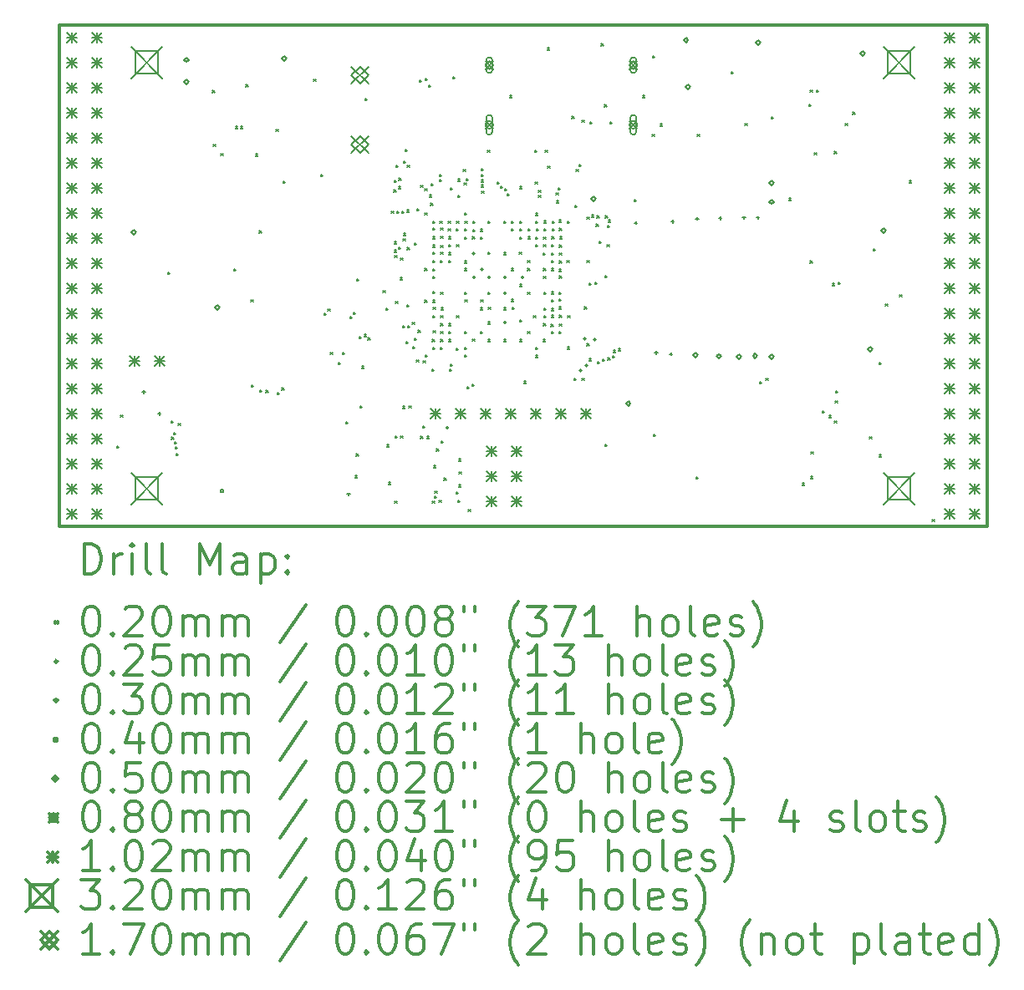
<source format=gbr>
%FSLAX45Y45*%
G04 Gerber Fmt 4.5, Leading zero omitted, Abs format (unit mm)*
G04 Created by KiCad (PCBNEW 4.0.7+dfsg1-1) date Fri Feb 23 10:13:48 2018*
%MOMM*%
%LPD*%
G01*
G04 APERTURE LIST*
%ADD10C,0.127000*%
%ADD11C,0.300000*%
%ADD12C,0.200000*%
G04 APERTURE END LIST*
D10*
D11*
X9410000Y-6142000D02*
X9410000Y-11222000D01*
X18808000Y-6142000D02*
X9410000Y-6142000D01*
X18808000Y-11222000D02*
X18808000Y-6142000D01*
X9410000Y-11222000D02*
X18808000Y-11222000D01*
D12*
X9998000Y-10410000D02*
X10018000Y-10430000D01*
X10018000Y-10410000D02*
X9998000Y-10430000D01*
X10035000Y-10094400D02*
X10055000Y-10114400D01*
X10055000Y-10094400D02*
X10035000Y-10114400D01*
X10514501Y-8649556D02*
X10534501Y-8669556D01*
X10534501Y-8649556D02*
X10514501Y-8669556D01*
X10547276Y-10156132D02*
X10567276Y-10176132D01*
X10567276Y-10156132D02*
X10547276Y-10176132D01*
X10552725Y-10321224D02*
X10572725Y-10341224D01*
X10572725Y-10321224D02*
X10552725Y-10341224D01*
X10571376Y-10271934D02*
X10591376Y-10291934D01*
X10591376Y-10271934D02*
X10571376Y-10291934D01*
X10579560Y-10366582D02*
X10599560Y-10386582D01*
X10599560Y-10366582D02*
X10579560Y-10386582D01*
X10589272Y-10418380D02*
X10609272Y-10438380D01*
X10609272Y-10418380D02*
X10589272Y-10438380D01*
X10598875Y-10487404D02*
X10618875Y-10507404D01*
X10618875Y-10487404D02*
X10598875Y-10507404D01*
X10617613Y-10179347D02*
X10637613Y-10199347D01*
X10637613Y-10179347D02*
X10617613Y-10199347D01*
X10966038Y-6807790D02*
X10986038Y-6827790D01*
X10986038Y-6807790D02*
X10966038Y-6827790D01*
X10974000Y-7352000D02*
X10994000Y-7372000D01*
X10994000Y-7352000D02*
X10974000Y-7372000D01*
X11049908Y-7448938D02*
X11069908Y-7468938D01*
X11069908Y-7448938D02*
X11049908Y-7468938D01*
X11179522Y-8615379D02*
X11199522Y-8635379D01*
X11199522Y-8615379D02*
X11179522Y-8635379D01*
X11197485Y-7171053D02*
X11217485Y-7191053D01*
X11217485Y-7171053D02*
X11197485Y-7191053D01*
X11251427Y-7170353D02*
X11271427Y-7190353D01*
X11271427Y-7170353D02*
X11251427Y-7190353D01*
X11305725Y-6746706D02*
X11325725Y-6766706D01*
X11325725Y-6746706D02*
X11305725Y-6766706D01*
X11356061Y-8927572D02*
X11376061Y-8947572D01*
X11376061Y-8927572D02*
X11356061Y-8947572D01*
X11360000Y-9792000D02*
X11380000Y-9812000D01*
X11380000Y-9792000D02*
X11360000Y-9812000D01*
X11400408Y-7451220D02*
X11420408Y-7471220D01*
X11420408Y-7451220D02*
X11400408Y-7471220D01*
X11441393Y-8230943D02*
X11461393Y-8250943D01*
X11461393Y-8230943D02*
X11441393Y-8250943D01*
X11446099Y-9843956D02*
X11466099Y-9863956D01*
X11466099Y-9843956D02*
X11446099Y-9863956D01*
X11509063Y-9847239D02*
X11529063Y-9867239D01*
X11529063Y-9847239D02*
X11509063Y-9867239D01*
X11609800Y-7198800D02*
X11629800Y-7218800D01*
X11629800Y-7198800D02*
X11609800Y-7218800D01*
X11622596Y-9869085D02*
X11642596Y-9889085D01*
X11642596Y-9869085D02*
X11622596Y-9889085D01*
X11670000Y-9822000D02*
X11690000Y-9842000D01*
X11690000Y-9822000D02*
X11670000Y-9842000D01*
X11681293Y-7725516D02*
X11701293Y-7745516D01*
X11701293Y-7725516D02*
X11681293Y-7745516D01*
X11990800Y-6690800D02*
X12010800Y-6710800D01*
X12010800Y-6690800D02*
X11990800Y-6710800D01*
X12063993Y-7659408D02*
X12083993Y-7679408D01*
X12083993Y-7659408D02*
X12063993Y-7679408D01*
X12098833Y-9065379D02*
X12118833Y-9085379D01*
X12118833Y-9065379D02*
X12098833Y-9085379D01*
X12133122Y-9021159D02*
X12153122Y-9041159D01*
X12153122Y-9021159D02*
X12133122Y-9041159D01*
X12158748Y-9461825D02*
X12178748Y-9481825D01*
X12178748Y-9461825D02*
X12158748Y-9481825D01*
X12242792Y-9562590D02*
X12262792Y-9582590D01*
X12262792Y-9562590D02*
X12242792Y-9582590D01*
X12283265Y-9462436D02*
X12303265Y-9482436D01*
X12303265Y-9462436D02*
X12283265Y-9482436D01*
X12317388Y-10161592D02*
X12337388Y-10181592D01*
X12337388Y-10161592D02*
X12317388Y-10181592D01*
X12361487Y-9095738D02*
X12381487Y-9115738D01*
X12381487Y-9095738D02*
X12361487Y-9115738D01*
X12392261Y-9052760D02*
X12412261Y-9072760D01*
X12412261Y-9052760D02*
X12392261Y-9072760D01*
X12410242Y-10710764D02*
X12430242Y-10730764D01*
X12430242Y-10710764D02*
X12410242Y-10730764D01*
X12422216Y-10490236D02*
X12442216Y-10510236D01*
X12442216Y-10490236D02*
X12422216Y-10510236D01*
X12426118Y-8717437D02*
X12446118Y-8737437D01*
X12446118Y-8717437D02*
X12426118Y-8737437D01*
X12426118Y-8717437D02*
X12446118Y-8737437D01*
X12446118Y-8717437D02*
X12426118Y-8737437D01*
X12453269Y-9302035D02*
X12473269Y-9322035D01*
X12473269Y-9302035D02*
X12453269Y-9322035D01*
X12460744Y-10002698D02*
X12480744Y-10022698D01*
X12480744Y-10002698D02*
X12460744Y-10022698D01*
X12474902Y-9600287D02*
X12494902Y-9620287D01*
X12494902Y-9600287D02*
X12474902Y-9620287D01*
X12501033Y-9279764D02*
X12521033Y-9299764D01*
X12521033Y-9279764D02*
X12501033Y-9299764D01*
X12509354Y-6886299D02*
X12529354Y-6906299D01*
X12529354Y-6886299D02*
X12509354Y-6906299D01*
X12542510Y-9313676D02*
X12562510Y-9333676D01*
X12562510Y-9313676D02*
X12542510Y-9333676D01*
X12694005Y-8832641D02*
X12714005Y-8852641D01*
X12714005Y-8832641D02*
X12694005Y-8852641D01*
X12720827Y-9012146D02*
X12740827Y-9032146D01*
X12740827Y-9012146D02*
X12720827Y-9032146D01*
X12731909Y-10397773D02*
X12751909Y-10417773D01*
X12751909Y-10397773D02*
X12731909Y-10417773D01*
X12748660Y-10777504D02*
X12768660Y-10797504D01*
X12768660Y-10777504D02*
X12748660Y-10797504D01*
X12778962Y-8030743D02*
X12798962Y-8050743D01*
X12798962Y-8030743D02*
X12778962Y-8050743D01*
X12802557Y-7813365D02*
X12822557Y-7833365D01*
X12822557Y-7813365D02*
X12802557Y-7833365D01*
X12805201Y-7715784D02*
X12825201Y-7735784D01*
X12825201Y-7715784D02*
X12805201Y-7735784D01*
X12806546Y-8340972D02*
X12826546Y-8360972D01*
X12826546Y-8340972D02*
X12806546Y-8360972D01*
X12808202Y-8425374D02*
X12828202Y-8445374D01*
X12828202Y-8425374D02*
X12808202Y-8445374D01*
X12810769Y-8478012D02*
X12830769Y-8498012D01*
X12830769Y-8478012D02*
X12810769Y-8498012D01*
X12811634Y-10966034D02*
X12831634Y-10986034D01*
X12831634Y-10966034D02*
X12811634Y-10986034D01*
X12818000Y-10310000D02*
X12838000Y-10330000D01*
X12838000Y-10310000D02*
X12818000Y-10330000D01*
X12821209Y-8945692D02*
X12841209Y-8965692D01*
X12841209Y-8945692D02*
X12821209Y-8965692D01*
X12823318Y-7566981D02*
X12843318Y-7586981D01*
X12843318Y-7566981D02*
X12823318Y-7586981D01*
X12831658Y-8029985D02*
X12851658Y-8049985D01*
X12851658Y-8029985D02*
X12831658Y-8049985D01*
X12849054Y-7779404D02*
X12869054Y-7799404D01*
X12869054Y-7779404D02*
X12849054Y-7799404D01*
X12852266Y-8396464D02*
X12872266Y-8416464D01*
X12872266Y-8396464D02*
X12852266Y-8416464D01*
X12854493Y-7695003D02*
X12874493Y-7715003D01*
X12874493Y-7695003D02*
X12854493Y-7715003D01*
X12867665Y-8702786D02*
X12887665Y-8722786D01*
X12887665Y-8702786D02*
X12867665Y-8722786D01*
X12870682Y-10308590D02*
X12890682Y-10328590D01*
X12890682Y-10308590D02*
X12870682Y-10328590D01*
X12872311Y-8505356D02*
X12892311Y-8525356D01*
X12892311Y-8505356D02*
X12872311Y-8525356D01*
X12884359Y-8029973D02*
X12904359Y-8049973D01*
X12904359Y-8029973D02*
X12884359Y-8049973D01*
X12890520Y-10007480D02*
X12910520Y-10027480D01*
X12910520Y-10007480D02*
X12890520Y-10027480D01*
X12892859Y-9188600D02*
X12912859Y-9208600D01*
X12912859Y-9188600D02*
X12892859Y-9208600D01*
X12895438Y-8307924D02*
X12915438Y-8327924D01*
X12915438Y-8307924D02*
X12895438Y-8327924D01*
X12900909Y-8255507D02*
X12920909Y-8275507D01*
X12920909Y-8255507D02*
X12900909Y-8275507D01*
X12902508Y-7521580D02*
X12922508Y-7541580D01*
X12922508Y-7521580D02*
X12902508Y-7541580D01*
X12915222Y-7404246D02*
X12935222Y-7424246D01*
X12935222Y-7404246D02*
X12915222Y-7424246D01*
X12927175Y-9350117D02*
X12947175Y-9370117D01*
X12947175Y-9350117D02*
X12927175Y-9370117D01*
X12934924Y-8977393D02*
X12954924Y-8997393D01*
X12954924Y-8977393D02*
X12934924Y-8997393D01*
X12935799Y-8018511D02*
X12955799Y-8038511D01*
X12955799Y-8018511D02*
X12935799Y-8038511D01*
X12938767Y-8397993D02*
X12958767Y-8417993D01*
X12958767Y-8397993D02*
X12938767Y-8417993D01*
X12939334Y-7563781D02*
X12959334Y-7583781D01*
X12959334Y-7563781D02*
X12939334Y-7583781D01*
X12945560Y-9188599D02*
X12965560Y-9208599D01*
X12965560Y-9188599D02*
X12945560Y-9208599D01*
X12956000Y-10005500D02*
X12976000Y-10025500D01*
X12976000Y-10005500D02*
X12956000Y-10025500D01*
X12988324Y-9156898D02*
X13008324Y-9176898D01*
X13008324Y-9156898D02*
X12988324Y-9176898D01*
X12995333Y-9401321D02*
X13015333Y-9421321D01*
X13015333Y-9401321D02*
X12995333Y-9421321D01*
X13010463Y-8349948D02*
X13030463Y-8369948D01*
X13030463Y-8349948D02*
X13010463Y-8369948D01*
X13011135Y-9318427D02*
X13031135Y-9338427D01*
X13031135Y-9318427D02*
X13011135Y-9338427D01*
X13032200Y-9535600D02*
X13052200Y-9555600D01*
X13052200Y-9535600D02*
X13032200Y-9555600D01*
X13038990Y-8006723D02*
X13058990Y-8026723D01*
X13058990Y-8006723D02*
X13038990Y-8026723D01*
X13048303Y-9237563D02*
X13068303Y-9257563D01*
X13068303Y-9237563D02*
X13048303Y-9257563D01*
X13060488Y-6700556D02*
X13080488Y-6720556D01*
X13080488Y-6700556D02*
X13060488Y-6720556D01*
X13073948Y-10310899D02*
X13093948Y-10330899D01*
X13093948Y-10310899D02*
X13073948Y-10330899D01*
X13075683Y-7768682D02*
X13095683Y-7788682D01*
X13095683Y-7768682D02*
X13075683Y-7788682D01*
X13093907Y-10208700D02*
X13113907Y-10228700D01*
X13113907Y-10208700D02*
X13093907Y-10228700D01*
X13098471Y-9546418D02*
X13118471Y-9566418D01*
X13118471Y-9546418D02*
X13098471Y-9566418D01*
X13115313Y-7803422D02*
X13135313Y-7823422D01*
X13135313Y-7803422D02*
X13115313Y-7823422D01*
X13117530Y-8049575D02*
X13137530Y-8069575D01*
X13137530Y-8049575D02*
X13117530Y-8069575D01*
X13117831Y-8611310D02*
X13137831Y-8631310D01*
X13137831Y-8611310D02*
X13117831Y-8631310D01*
X13117950Y-8930733D02*
X13137950Y-8950733D01*
X13137950Y-8930733D02*
X13117950Y-8950733D01*
X13121616Y-9485914D02*
X13141616Y-9505914D01*
X13141616Y-9485914D02*
X13121616Y-9505914D01*
X13122921Y-6682805D02*
X13142921Y-6702805D01*
X13142921Y-6682805D02*
X13122921Y-6702805D01*
X13135385Y-10310829D02*
X13155385Y-10330829D01*
X13155385Y-10310829D02*
X13135385Y-10330829D01*
X13154409Y-6752000D02*
X13174409Y-6772000D01*
X13174409Y-6752000D02*
X13154409Y-6772000D01*
X13160933Y-7864587D02*
X13180933Y-7884587D01*
X13180933Y-7864587D02*
X13160933Y-7884587D01*
X13174731Y-7948989D02*
X13194731Y-7968989D01*
X13194731Y-7948989D02*
X13174731Y-7968989D01*
X13182329Y-7748485D02*
X13202329Y-7768485D01*
X13202329Y-7748485D02*
X13182329Y-7768485D01*
X13188633Y-9630479D02*
X13208633Y-9650479D01*
X13208633Y-9630479D02*
X13188633Y-9650479D01*
X13192441Y-10966678D02*
X13212441Y-10986678D01*
X13212441Y-10966678D02*
X13192441Y-10986678D01*
X13193199Y-9330000D02*
X13213199Y-9350000D01*
X13213199Y-9330000D02*
X13193199Y-9350000D01*
X13196210Y-8443398D02*
X13216210Y-8463398D01*
X13216210Y-8443398D02*
X13196210Y-8463398D01*
X13197298Y-8527799D02*
X13217298Y-8547799D01*
X13217298Y-8527799D02*
X13197298Y-8547799D01*
X13197562Y-8931064D02*
X13217562Y-8951064D01*
X13217562Y-8931064D02*
X13197562Y-8951064D01*
X13197734Y-9090201D02*
X13217734Y-9110201D01*
X13217734Y-9090201D02*
X13197734Y-9110201D01*
X13197902Y-8288404D02*
X13217902Y-8308404D01*
X13217902Y-8288404D02*
X13197902Y-8308404D01*
X13198000Y-8130000D02*
X13218000Y-8150000D01*
X13218000Y-8130000D02*
X13198000Y-8150000D01*
X13198000Y-8690000D02*
X13218000Y-8710000D01*
X13218000Y-8690000D02*
X13198000Y-8710000D01*
X13198000Y-9410000D02*
X13218000Y-9430000D01*
X13218000Y-9410000D02*
X13198000Y-9430000D01*
X13198001Y-8200333D02*
X13218001Y-8220333D01*
X13218001Y-8200333D02*
X13198001Y-8220333D01*
X13198303Y-8616041D02*
X13218303Y-8636041D01*
X13218303Y-8616041D02*
X13198303Y-8636041D01*
X13198368Y-8372806D02*
X13218368Y-8392806D01*
X13218368Y-8372806D02*
X13198368Y-8392806D01*
X13198405Y-8845827D02*
X13218405Y-8865827D01*
X13218405Y-8845827D02*
X13198405Y-8865827D01*
X13200000Y-9005799D02*
X13220000Y-9025799D01*
X13220000Y-9005799D02*
X13200000Y-9025799D01*
X13201075Y-9242748D02*
X13221075Y-9262748D01*
X13221075Y-9242748D02*
X13201075Y-9262748D01*
X13206286Y-10608587D02*
X13226286Y-10628587D01*
X13226286Y-10608587D02*
X13206286Y-10628587D01*
X13211973Y-10917729D02*
X13231973Y-10937729D01*
X13231973Y-10917729D02*
X13211973Y-10937729D01*
X13218587Y-10865445D02*
X13238587Y-10885445D01*
X13238587Y-10865445D02*
X13218587Y-10885445D01*
X13236800Y-10440341D02*
X13256800Y-10460341D01*
X13256800Y-10440341D02*
X13236800Y-10460341D01*
X13260800Y-10958000D02*
X13280800Y-10978000D01*
X13280800Y-10958000D02*
X13260800Y-10978000D01*
X13263724Y-7657621D02*
X13283724Y-7677621D01*
X13283724Y-7657621D02*
X13263724Y-7677621D01*
X13266117Y-7710267D02*
X13286117Y-7730267D01*
X13286117Y-7710267D02*
X13266117Y-7730267D01*
X13268334Y-8130000D02*
X13288334Y-8150000D01*
X13288334Y-8130000D02*
X13268334Y-8150000D01*
X13273464Y-8527799D02*
X13293464Y-8547799D01*
X13293464Y-8527799D02*
X13273464Y-8547799D01*
X13274623Y-9409707D02*
X13294623Y-9429707D01*
X13294623Y-9409707D02*
X13274623Y-9429707D01*
X13276300Y-8202454D02*
X13296300Y-8222454D01*
X13296300Y-8202454D02*
X13276300Y-8222454D01*
X13277177Y-8443398D02*
X13297177Y-8463398D01*
X13297177Y-8443398D02*
X13277177Y-8463398D01*
X13277261Y-8286855D02*
X13297261Y-8306855D01*
X13297261Y-8286855D02*
X13277261Y-8306855D01*
X13278000Y-8850000D02*
X13298000Y-8870000D01*
X13298000Y-8850000D02*
X13278000Y-8870000D01*
X13278000Y-9090000D02*
X13298000Y-9110000D01*
X13298000Y-9090000D02*
X13278000Y-9110000D01*
X13278000Y-9170000D02*
X13298000Y-9190000D01*
X13298000Y-9170000D02*
X13278000Y-9190000D01*
X13278000Y-9250000D02*
X13298000Y-9270000D01*
X13298000Y-9250000D02*
X13278000Y-9270000D01*
X13278000Y-9330000D02*
X13298000Y-9350000D01*
X13298000Y-9330000D02*
X13278000Y-9350000D01*
X13278089Y-8379783D02*
X13298089Y-8399784D01*
X13298089Y-8379783D02*
X13278089Y-8399784D01*
X13280000Y-9008000D02*
X13300000Y-9028000D01*
X13300000Y-9008000D02*
X13280000Y-9028000D01*
X13283696Y-10361100D02*
X13303696Y-10381100D01*
X13303696Y-10361100D02*
X13283696Y-10381100D01*
X13311600Y-10736500D02*
X13331600Y-10756500D01*
X13331600Y-10736500D02*
X13311600Y-10756500D01*
X13352736Y-8131468D02*
X13372736Y-8151468D01*
X13372736Y-8131468D02*
X13352736Y-8151468D01*
X13354839Y-8209060D02*
X13374839Y-8229060D01*
X13374839Y-8209060D02*
X13354839Y-8229060D01*
X13357194Y-8449520D02*
X13377194Y-8469520D01*
X13377194Y-8449520D02*
X13357194Y-8469520D01*
X13358000Y-8290000D02*
X13378000Y-8310000D01*
X13378000Y-8290000D02*
X13358000Y-8310000D01*
X13358000Y-8370000D02*
X13378000Y-8390000D01*
X13378000Y-8370000D02*
X13358000Y-8390000D01*
X13358000Y-8530000D02*
X13378000Y-8550000D01*
X13378000Y-8530000D02*
X13358000Y-8550000D01*
X13358000Y-9170000D02*
X13378000Y-9190000D01*
X13378000Y-9170000D02*
X13358000Y-9190000D01*
X13358000Y-9250000D02*
X13378000Y-9270000D01*
X13378000Y-9250000D02*
X13358000Y-9270000D01*
X13358548Y-9330230D02*
X13378548Y-9350230D01*
X13378548Y-9330230D02*
X13358548Y-9350230D01*
X13366285Y-9629515D02*
X13386285Y-9649515D01*
X13386285Y-9629515D02*
X13366285Y-9649515D01*
X13375239Y-9577580D02*
X13395239Y-9597580D01*
X13395239Y-9577580D02*
X13375239Y-9597580D01*
X13377602Y-7794713D02*
X13397602Y-7814713D01*
X13397602Y-7794713D02*
X13377602Y-7814713D01*
X13402494Y-6667598D02*
X13422494Y-6687598D01*
X13422494Y-6667598D02*
X13402494Y-6687598D01*
X13433398Y-8208015D02*
X13453398Y-8228015D01*
X13453398Y-8208015D02*
X13433398Y-8228015D01*
X13435582Y-9416717D02*
X13455582Y-9436717D01*
X13455582Y-9416717D02*
X13435582Y-9436717D01*
X13436400Y-10874197D02*
X13456400Y-10894197D01*
X13456400Y-10874197D02*
X13436400Y-10894197D01*
X13437137Y-8130675D02*
X13457137Y-8150675D01*
X13457137Y-8130675D02*
X13437137Y-8150675D01*
X13438000Y-8370000D02*
X13458000Y-8390000D01*
X13458000Y-8370000D02*
X13438000Y-8390000D01*
X13438000Y-9090000D02*
X13458000Y-9110000D01*
X13458000Y-9090000D02*
X13438000Y-9110000D01*
X13451300Y-7871900D02*
X13471300Y-7891900D01*
X13471300Y-7871900D02*
X13451300Y-7891900D01*
X13452909Y-7703051D02*
X13472909Y-7723051D01*
X13472909Y-7703051D02*
X13452909Y-7723051D01*
X13453687Y-10961995D02*
X13473687Y-10981995D01*
X13473687Y-10961995D02*
X13453687Y-10981995D01*
X13457587Y-10803159D02*
X13477587Y-10823159D01*
X13477587Y-10803159D02*
X13457587Y-10823159D01*
X13460735Y-10540845D02*
X13480735Y-10560845D01*
X13480735Y-10540845D02*
X13460735Y-10560845D01*
X13465065Y-10671051D02*
X13485065Y-10691051D01*
X13485065Y-10671051D02*
X13465065Y-10691051D01*
X13507526Y-7608347D02*
X13527526Y-7628347D01*
X13527526Y-7608347D02*
X13507526Y-7628347D01*
X13513546Y-7744852D02*
X13533546Y-7764852D01*
X13533546Y-7744852D02*
X13513546Y-7764852D01*
X13517331Y-8851860D02*
X13537331Y-8871860D01*
X13537331Y-8851860D02*
X13517331Y-8871860D01*
X13517799Y-8209385D02*
X13537799Y-8229385D01*
X13537799Y-8209385D02*
X13517799Y-8229385D01*
X13518000Y-8292201D02*
X13538000Y-8312201D01*
X13538000Y-8292201D02*
X13518000Y-8312201D01*
X13518000Y-8534000D02*
X13538000Y-8554000D01*
X13538000Y-8534000D02*
X13518000Y-8554000D01*
X13518000Y-8610000D02*
X13538000Y-8630000D01*
X13538000Y-8610000D02*
X13518000Y-8630000D01*
X13518000Y-9250000D02*
X13538000Y-9270000D01*
X13538000Y-9250000D02*
X13518000Y-9270000D01*
X13518128Y-8048312D02*
X13538128Y-8068312D01*
X13538128Y-8048312D02*
X13518128Y-8068312D01*
X13518463Y-9488530D02*
X13538463Y-9508530D01*
X13538463Y-9488530D02*
X13518463Y-9508530D01*
X13518862Y-9412562D02*
X13538862Y-9432562D01*
X13538862Y-9412562D02*
X13518862Y-9432562D01*
X13521697Y-8134201D02*
X13541697Y-8154201D01*
X13541697Y-8134201D02*
X13521697Y-8154201D01*
X13524276Y-8928163D02*
X13544276Y-8948163D01*
X13544276Y-8928163D02*
X13524276Y-8948163D01*
X13537310Y-7697813D02*
X13557310Y-7717813D01*
X13557310Y-7697813D02*
X13537310Y-7717813D01*
X13541702Y-9806717D02*
X13561702Y-9826717D01*
X13561702Y-9806717D02*
X13541702Y-9826717D01*
X13555656Y-11051071D02*
X13575656Y-11071071D01*
X13575656Y-11051071D02*
X13555656Y-11071071D01*
X13592822Y-9782273D02*
X13612822Y-9802273D01*
X13612822Y-9782273D02*
X13592822Y-9802273D01*
X13598000Y-8290000D02*
X13618000Y-8310000D01*
X13618000Y-8290000D02*
X13598000Y-8310000D01*
X13599596Y-9326965D02*
X13619596Y-9346965D01*
X13619596Y-9326965D02*
X13599596Y-9346965D01*
X13602455Y-8216004D02*
X13622455Y-8236004D01*
X13622455Y-8216004D02*
X13602455Y-8236004D01*
X13606098Y-8131603D02*
X13626098Y-8151603D01*
X13626098Y-8131603D02*
X13606098Y-8151603D01*
X13678000Y-9250000D02*
X13698000Y-9270000D01*
X13698000Y-9250000D02*
X13678000Y-9270000D01*
X13678517Y-9009483D02*
X13698517Y-9029483D01*
X13698517Y-9009483D02*
X13678517Y-9029483D01*
X13680000Y-8212000D02*
X13700000Y-8232000D01*
X13700000Y-8212000D02*
X13680000Y-8232000D01*
X13680000Y-8292000D02*
X13700000Y-8312000D01*
X13700000Y-8292000D02*
X13680000Y-8312000D01*
X13684453Y-8927346D02*
X13704453Y-8947346D01*
X13704453Y-8927346D02*
X13684453Y-8947346D01*
X13687030Y-7598459D02*
X13707030Y-7618459D01*
X13707030Y-7598459D02*
X13687030Y-7618459D01*
X13689122Y-7711926D02*
X13709122Y-7731926D01*
X13709122Y-7711926D02*
X13689122Y-7731926D01*
X13689122Y-7764665D02*
X13709122Y-7784665D01*
X13709122Y-7764665D02*
X13689122Y-7784665D01*
X13690831Y-7659224D02*
X13710831Y-7679224D01*
X13710831Y-7659224D02*
X13690831Y-7679224D01*
X13692017Y-7825016D02*
X13712017Y-7845016D01*
X13712017Y-7825016D02*
X13692017Y-7845016D01*
X13752023Y-7412176D02*
X13772023Y-7432176D01*
X13772023Y-7412176D02*
X13752023Y-7432176D01*
X13755905Y-9153803D02*
X13775905Y-9173803D01*
X13775905Y-9153803D02*
X13755905Y-9173803D01*
X13758000Y-8130000D02*
X13778000Y-8150000D01*
X13778000Y-8130000D02*
X13758000Y-8150000D01*
X13758000Y-8850000D02*
X13778000Y-8870000D01*
X13778000Y-8850000D02*
X13758000Y-8870000D01*
X13758000Y-9330000D02*
X13778000Y-9350000D01*
X13778000Y-9330000D02*
X13758000Y-9350000D01*
X13758056Y-8443409D02*
X13778056Y-8463409D01*
X13778056Y-8443409D02*
X13758056Y-8463409D01*
X13758900Y-9002299D02*
X13778900Y-9022299D01*
X13778900Y-9002299D02*
X13758900Y-9022299D01*
X13849905Y-7736680D02*
X13869905Y-7756680D01*
X13869905Y-7736680D02*
X13849905Y-7756680D01*
X13881743Y-7778678D02*
X13901743Y-7798678D01*
X13901743Y-7778678D02*
X13881743Y-7798678D01*
X13917252Y-8451135D02*
X13937252Y-8471135D01*
X13937252Y-8451135D02*
X13917252Y-8471135D01*
X13918000Y-8130000D02*
X13938000Y-8150000D01*
X13938000Y-8130000D02*
X13918000Y-8150000D01*
X13918000Y-9330000D02*
X13938000Y-9350000D01*
X13938000Y-9330000D02*
X13918000Y-9350000D01*
X13918580Y-9007769D02*
X13938580Y-9027769D01*
X13938580Y-9007769D02*
X13918580Y-9027769D01*
X13927792Y-7804307D02*
X13947792Y-7824307D01*
X13947792Y-7804307D02*
X13927792Y-7824307D01*
X13949795Y-7852195D02*
X13969795Y-7872195D01*
X13969795Y-7852195D02*
X13949795Y-7872195D01*
X13976437Y-6856567D02*
X13996437Y-6876567D01*
X13996437Y-6856567D02*
X13976437Y-6876567D01*
X13991460Y-8609297D02*
X14011460Y-8629297D01*
X14011460Y-8609297D02*
X13991460Y-8629297D01*
X13992898Y-8210000D02*
X14012898Y-8230000D01*
X14012898Y-8210000D02*
X13992898Y-8230000D01*
X13993599Y-8130000D02*
X14013599Y-8150000D01*
X14013599Y-8130000D02*
X13993599Y-8150000D01*
X13993894Y-8925097D02*
X14013894Y-8945097D01*
X14013894Y-8925097D02*
X13993894Y-8945097D01*
X13999489Y-9002299D02*
X14019489Y-9022299D01*
X14019489Y-9002299D02*
X13999489Y-9022299D01*
X14073600Y-8443400D02*
X14093600Y-8463400D01*
X14093600Y-8443400D02*
X14073600Y-8463400D01*
X14076133Y-8294127D02*
X14096133Y-8314127D01*
X14096133Y-8294127D02*
X14076133Y-8314127D01*
X14077299Y-8207716D02*
X14097299Y-8227716D01*
X14097299Y-8207716D02*
X14077299Y-8227716D01*
X14077419Y-9133335D02*
X14097419Y-9153335D01*
X14097419Y-9133335D02*
X14077419Y-9153335D01*
X14078000Y-8130000D02*
X14098000Y-8150000D01*
X14098000Y-8130000D02*
X14078000Y-8150000D01*
X14078000Y-9330000D02*
X14098000Y-9350000D01*
X14098000Y-9330000D02*
X14078000Y-9350000D01*
X14078001Y-7779404D02*
X14098001Y-7799404D01*
X14098001Y-7779404D02*
X14078001Y-7799404D01*
X14079623Y-8771623D02*
X14099623Y-8791623D01*
X14099623Y-8771623D02*
X14079623Y-8791623D01*
X14118066Y-9754201D02*
X14138066Y-9774201D01*
X14138066Y-9754201D02*
X14118066Y-9774201D01*
X14158000Y-8530000D02*
X14178000Y-8550000D01*
X14178000Y-8530000D02*
X14158000Y-8550000D01*
X14158000Y-8610000D02*
X14178000Y-8630000D01*
X14178000Y-8610000D02*
X14158000Y-8630000D01*
X14158000Y-8850000D02*
X14178000Y-8870000D01*
X14178000Y-8850000D02*
X14158000Y-8870000D01*
X14158000Y-9250000D02*
X14178000Y-9270000D01*
X14178000Y-9250000D02*
X14158000Y-9270000D01*
X14162701Y-8209494D02*
X14182701Y-8229494D01*
X14182701Y-8209494D02*
X14162701Y-8229494D01*
X14162701Y-8289887D02*
X14182701Y-8309887D01*
X14182701Y-8289887D02*
X14162701Y-8309887D01*
X14217799Y-9090000D02*
X14237799Y-9110000D01*
X14237799Y-9090000D02*
X14217799Y-9110000D01*
X14229099Y-7413615D02*
X14249099Y-7433615D01*
X14249099Y-7413615D02*
X14229099Y-7433615D01*
X14235236Y-7735268D02*
X14255236Y-7755268D01*
X14255236Y-7735268D02*
X14235236Y-7755268D01*
X14236000Y-8052000D02*
X14256000Y-8072000D01*
X14256000Y-8052000D02*
X14236000Y-8072000D01*
X14236000Y-8132000D02*
X14256000Y-8152000D01*
X14256000Y-8132000D02*
X14236000Y-8152000D01*
X14236000Y-8292000D02*
X14256000Y-8312000D01*
X14256000Y-8292000D02*
X14236000Y-8312000D01*
X14238000Y-8370000D02*
X14258000Y-8390000D01*
X14258000Y-8370000D02*
X14238000Y-8390000D01*
X14238000Y-9410000D02*
X14258000Y-9430000D01*
X14258000Y-9410000D02*
X14238000Y-9430000D01*
X14238000Y-9490000D02*
X14258000Y-9510000D01*
X14258000Y-9490000D02*
X14238000Y-9510000D01*
X14247102Y-8210435D02*
X14267102Y-8230435D01*
X14267102Y-8210435D02*
X14247102Y-8230435D01*
X14266674Y-7818161D02*
X14286674Y-7838161D01*
X14286674Y-7818161D02*
X14266674Y-7838161D01*
X14267384Y-7870857D02*
X14287384Y-7890857D01*
X14287384Y-7870857D02*
X14267384Y-7890857D01*
X14316000Y-8452000D02*
X14336000Y-8472000D01*
X14336000Y-8452000D02*
X14316000Y-8472000D01*
X14316969Y-9331491D02*
X14336969Y-9351491D01*
X14336969Y-9331491D02*
X14316969Y-9351491D01*
X14318000Y-8370000D02*
X14338000Y-8390000D01*
X14338000Y-8370000D02*
X14318000Y-8390000D01*
X14318000Y-8690000D02*
X14338000Y-8710000D01*
X14338000Y-8690000D02*
X14318000Y-8710000D01*
X14318000Y-9170000D02*
X14338000Y-9190000D01*
X14338000Y-9170000D02*
X14318000Y-9190000D01*
X14318740Y-8294201D02*
X14338740Y-8314201D01*
X14338740Y-8294201D02*
X14318740Y-8314201D01*
X14320000Y-8612000D02*
X14340000Y-8632000D01*
X14340000Y-8612000D02*
X14320000Y-8632000D01*
X14322201Y-8849503D02*
X14342201Y-8869503D01*
X14342201Y-8849503D02*
X14322201Y-8869503D01*
X14322201Y-9010195D02*
X14342201Y-9030195D01*
X14342201Y-9010195D02*
X14322201Y-9030195D01*
X14322201Y-9090066D02*
X14342201Y-9110066D01*
X14342201Y-9090066D02*
X14322201Y-9110066D01*
X14323103Y-8127729D02*
X14343103Y-8147729D01*
X14343103Y-8127729D02*
X14323103Y-8147729D01*
X14323265Y-8209799D02*
X14343265Y-8229799D01*
X14343265Y-8209799D02*
X14323265Y-8229799D01*
X14335701Y-7411913D02*
X14355701Y-7431913D01*
X14355701Y-7411913D02*
X14335701Y-7431913D01*
X14355067Y-6376252D02*
X14375067Y-6396252D01*
X14375067Y-6376252D02*
X14355067Y-6396252D01*
X14360888Y-7571730D02*
X14380888Y-7591730D01*
X14380888Y-7571730D02*
X14360888Y-7591730D01*
X14396483Y-9177765D02*
X14416483Y-9197765D01*
X14416483Y-9177765D02*
X14396483Y-9197765D01*
X14397624Y-8929530D02*
X14417624Y-8949530D01*
X14417624Y-8929530D02*
X14397624Y-8949530D01*
X14397701Y-9016697D02*
X14417701Y-9036697D01*
X14417701Y-9016697D02*
X14397701Y-9036697D01*
X14398000Y-8610000D02*
X14418000Y-8630000D01*
X14418000Y-8610000D02*
X14398000Y-8630000D01*
X14398000Y-9085650D02*
X14418000Y-9105650D01*
X14418000Y-9085650D02*
X14398000Y-9105650D01*
X14398283Y-8848451D02*
X14418283Y-8868451D01*
X14418283Y-8848451D02*
X14398283Y-8868451D01*
X14400201Y-8529722D02*
X14420201Y-8549722D01*
X14420201Y-8529722D02*
X14400201Y-8549722D01*
X14400319Y-8367799D02*
X14420319Y-8387799D01*
X14420319Y-8367799D02*
X14400319Y-8387799D01*
X14400350Y-8456040D02*
X14420350Y-8476040D01*
X14420350Y-8456040D02*
X14400350Y-8476040D01*
X14401325Y-9248876D02*
X14421325Y-9268876D01*
X14421325Y-9248876D02*
X14401325Y-9268876D01*
X14403141Y-8290000D02*
X14423141Y-8310000D01*
X14423141Y-8290000D02*
X14403141Y-8310000D01*
X14407504Y-8129877D02*
X14427504Y-8149877D01*
X14427504Y-8129877D02*
X14407504Y-8149877D01*
X14407666Y-8210000D02*
X14427666Y-8230000D01*
X14427666Y-8210000D02*
X14407666Y-8230000D01*
X14446889Y-7841762D02*
X14466889Y-7861762D01*
X14466889Y-7841762D02*
X14446889Y-7861762D01*
X14449705Y-7926163D02*
X14469705Y-7946163D01*
X14469705Y-7926163D02*
X14449705Y-7946163D01*
X14468609Y-7793745D02*
X14488609Y-7813745D01*
X14488609Y-7793745D02*
X14468609Y-7813745D01*
X14475581Y-8916848D02*
X14495581Y-8936848D01*
X14495581Y-8916848D02*
X14475581Y-8936848D01*
X14476724Y-9001248D02*
X14496724Y-9021248D01*
X14496724Y-9001248D02*
X14476724Y-9021248D01*
X14477515Y-8619275D02*
X14497515Y-8639275D01*
X14497515Y-8619275D02*
X14477515Y-8639275D01*
X14477765Y-8852201D02*
X14497765Y-8872201D01*
X14497765Y-8852201D02*
X14477765Y-8872201D01*
X14478001Y-8120333D02*
X14498001Y-8140333D01*
X14498001Y-8120333D02*
X14478001Y-8140333D01*
X14478235Y-9247799D02*
X14498235Y-9267799D01*
X14498235Y-9247799D02*
X14478235Y-9267799D01*
X14478812Y-8204734D02*
X14498812Y-8224734D01*
X14498812Y-8204734D02*
X14478812Y-8224734D01*
X14478935Y-8534874D02*
X14498935Y-8554874D01*
X14498935Y-8534874D02*
X14478935Y-8554874D01*
X14479432Y-8687756D02*
X14499432Y-8707756D01*
X14499432Y-8687756D02*
X14479432Y-8707756D01*
X14479670Y-8373537D02*
X14499670Y-8393537D01*
X14499670Y-8373537D02*
X14479670Y-8393537D01*
X14480000Y-9172000D02*
X14500000Y-9192000D01*
X14500000Y-9172000D02*
X14480000Y-9192000D01*
X14480294Y-9085650D02*
X14500294Y-9105650D01*
X14500294Y-9085650D02*
X14480294Y-9105650D01*
X14481241Y-8453582D02*
X14501241Y-8473582D01*
X14501241Y-8453582D02*
X14481241Y-8473582D01*
X14481689Y-8289136D02*
X14501689Y-8309136D01*
X14501689Y-8289136D02*
X14481689Y-8309136D01*
X14557281Y-8529606D02*
X14577281Y-8549606D01*
X14577281Y-8529606D02*
X14557281Y-8549606D01*
X14558000Y-8130512D02*
X14578000Y-8150512D01*
X14578000Y-8130512D02*
X14558000Y-8150512D01*
X14559124Y-9406675D02*
X14579124Y-9426675D01*
X14579124Y-9406675D02*
X14559124Y-9426675D01*
X14565987Y-9091018D02*
X14585987Y-9111018D01*
X14585987Y-9091018D02*
X14565987Y-9111018D01*
X14608000Y-7070000D02*
X14628000Y-7090000D01*
X14628000Y-7070000D02*
X14608000Y-7090000D01*
X14629479Y-9723392D02*
X14649479Y-9743392D01*
X14649479Y-9723392D02*
X14629479Y-9743392D01*
X14638141Y-7971938D02*
X14658141Y-7991938D01*
X14658141Y-7971938D02*
X14638141Y-7991938D01*
X14648744Y-7607406D02*
X14668744Y-7627406D01*
X14668744Y-7607406D02*
X14648744Y-7627406D01*
X14680145Y-7555491D02*
X14700145Y-7575491D01*
X14700145Y-7555491D02*
X14680145Y-7575491D01*
X14707598Y-9723392D02*
X14727598Y-9743392D01*
X14727598Y-9723392D02*
X14707598Y-9743392D01*
X14708600Y-7110000D02*
X14728600Y-7130000D01*
X14728600Y-7110000D02*
X14708600Y-7130000D01*
X14733095Y-9001248D02*
X14753095Y-9021248D01*
X14753095Y-9001248D02*
X14733095Y-9021248D01*
X14758739Y-8527409D02*
X14778739Y-8547409D01*
X14778739Y-8527409D02*
X14758739Y-8547409D01*
X14758831Y-8088311D02*
X14778831Y-8108311D01*
X14778831Y-8088311D02*
X14758831Y-8108311D01*
X14760000Y-9372000D02*
X14780000Y-9392000D01*
X14780000Y-9372000D02*
X14760000Y-9392000D01*
X14781079Y-8758342D02*
X14801079Y-8778342D01*
X14801079Y-8758342D02*
X14781079Y-8778342D01*
X14782886Y-9523902D02*
X14802886Y-9543902D01*
X14802886Y-9523902D02*
X14782886Y-9543902D01*
X14788315Y-7124708D02*
X14808315Y-7144708D01*
X14808315Y-7124708D02*
X14788315Y-7144708D01*
X14807525Y-8068155D02*
X14827525Y-8088155D01*
X14827525Y-8068155D02*
X14807525Y-8088155D01*
X14838354Y-8750817D02*
X14858354Y-8770817D01*
X14858354Y-8750817D02*
X14838354Y-8770817D01*
X14851066Y-8160586D02*
X14871066Y-8180586D01*
X14871066Y-8160586D02*
X14851066Y-8180586D01*
X14859611Y-8076185D02*
X14879611Y-8096185D01*
X14879611Y-8076185D02*
X14859611Y-8096185D01*
X14864798Y-9556963D02*
X14884798Y-9576963D01*
X14884798Y-9556963D02*
X14864798Y-9576963D01*
X14882151Y-8334201D02*
X14902151Y-8354201D01*
X14902151Y-8334201D02*
X14882151Y-8354201D01*
X14903412Y-6332405D02*
X14923412Y-6352405D01*
X14923412Y-6332405D02*
X14903412Y-6352405D01*
X14918439Y-9527799D02*
X14938439Y-9547799D01*
X14938439Y-9527799D02*
X14918439Y-9547799D01*
X14937595Y-6951968D02*
X14957595Y-6971968D01*
X14957595Y-6951968D02*
X14937595Y-6971968D01*
X14939522Y-10390910D02*
X14959522Y-10410910D01*
X14959522Y-10390910D02*
X14939522Y-10410910D01*
X14943392Y-8680994D02*
X14963392Y-8700994D01*
X14963392Y-8680994D02*
X14943392Y-8700994D01*
X14944975Y-8076843D02*
X14964975Y-8096843D01*
X14964975Y-8076843D02*
X14944975Y-8096843D01*
X14963249Y-8370769D02*
X14983249Y-8390769D01*
X14983249Y-8370769D02*
X14963249Y-8390769D01*
X14967169Y-8172566D02*
X14987169Y-8192566D01*
X14987169Y-8172566D02*
X14967169Y-8192566D01*
X14969589Y-9515108D02*
X14989589Y-9535108D01*
X14989589Y-9515108D02*
X14969589Y-9535108D01*
X14974647Y-8120398D02*
X14994647Y-8140398D01*
X14994647Y-8120398D02*
X14974647Y-8140398D01*
X14993085Y-7123185D02*
X15013085Y-7143185D01*
X15013085Y-7123185D02*
X14993085Y-7143185D01*
X15017890Y-9494025D02*
X15037890Y-9514025D01*
X15037890Y-9494025D02*
X15017890Y-9514025D01*
X15024597Y-9441753D02*
X15044597Y-9461753D01*
X15044597Y-9441753D02*
X15024597Y-9461753D01*
X15078921Y-9423257D02*
X15098921Y-9443257D01*
X15098921Y-9423257D02*
X15078921Y-9443257D01*
X15239707Y-7909347D02*
X15259707Y-7929347D01*
X15259707Y-7909347D02*
X15239707Y-7929347D01*
X15319711Y-6856567D02*
X15339711Y-6876567D01*
X15339711Y-6856567D02*
X15319711Y-6876567D01*
X15419800Y-7249600D02*
X15439800Y-7269600D01*
X15439800Y-7249600D02*
X15419800Y-7269600D01*
X15422933Y-6454377D02*
X15442933Y-6474377D01*
X15442933Y-6454377D02*
X15422933Y-6474377D01*
X15432558Y-10288777D02*
X15452558Y-10308777D01*
X15452558Y-10288777D02*
X15432558Y-10308777D01*
X15501528Y-7146346D02*
X15521528Y-7166346D01*
X15521528Y-7146346D02*
X15501528Y-7166346D01*
X15861665Y-10722518D02*
X15881665Y-10742518D01*
X15881665Y-10722518D02*
X15861665Y-10742518D01*
X15877000Y-7249600D02*
X15897000Y-7269600D01*
X15897000Y-7249600D02*
X15877000Y-7269600D01*
X16217147Y-6618496D02*
X16237147Y-6638496D01*
X16237147Y-6618496D02*
X16217147Y-6638496D01*
X16360322Y-7144216D02*
X16380322Y-7164216D01*
X16380322Y-7144216D02*
X16360322Y-7164216D01*
X16507059Y-9756632D02*
X16527059Y-9776632D01*
X16527059Y-9756632D02*
X16507059Y-9776632D01*
X16570337Y-9724488D02*
X16590337Y-9744488D01*
X16590337Y-9724488D02*
X16570337Y-9744488D01*
X16625348Y-7073546D02*
X16645348Y-7093546D01*
X16645348Y-7073546D02*
X16625348Y-7093546D01*
X16806644Y-7900804D02*
X16826644Y-7920804D01*
X16826644Y-7900804D02*
X16806644Y-7920804D01*
X16940659Y-10785373D02*
X16960659Y-10805373D01*
X16960659Y-10785373D02*
X16940659Y-10805373D01*
X17008296Y-6947101D02*
X17028296Y-6967101D01*
X17028296Y-6947101D02*
X17008296Y-6967101D01*
X17020000Y-6805100D02*
X17040000Y-6825100D01*
X17040000Y-6805100D02*
X17020000Y-6825100D01*
X17020954Y-8534153D02*
X17040954Y-8554153D01*
X17040954Y-8534153D02*
X17020954Y-8554153D01*
X17026290Y-10718620D02*
X17046290Y-10738620D01*
X17046290Y-10718620D02*
X17026290Y-10738620D01*
X17028315Y-10470365D02*
X17048315Y-10490365D01*
X17048315Y-10470365D02*
X17028315Y-10490365D01*
X17063590Y-7436498D02*
X17083590Y-7456498D01*
X17083590Y-7436498D02*
X17063590Y-7456498D01*
X17085000Y-6802556D02*
X17105000Y-6822556D01*
X17105000Y-6802556D02*
X17085000Y-6822556D01*
X17144030Y-10054574D02*
X17164030Y-10074574D01*
X17164030Y-10054574D02*
X17144030Y-10074574D01*
X17209336Y-10100566D02*
X17229336Y-10120566D01*
X17229336Y-10100566D02*
X17209336Y-10120566D01*
X17246454Y-8762201D02*
X17266454Y-8782201D01*
X17266454Y-8762201D02*
X17246454Y-8782201D01*
X17264664Y-7424799D02*
X17284664Y-7444799D01*
X17284664Y-7424799D02*
X17264664Y-7444799D01*
X17266127Y-10155168D02*
X17286127Y-10175168D01*
X17286127Y-10155168D02*
X17266127Y-10175168D01*
X17273463Y-9949992D02*
X17293463Y-9969992D01*
X17293463Y-9949992D02*
X17273463Y-9969992D01*
X17277992Y-9851865D02*
X17297992Y-9871865D01*
X17297992Y-9851865D02*
X17277992Y-9871865D01*
X17303795Y-8749428D02*
X17323795Y-8769428D01*
X17323795Y-8749428D02*
X17303795Y-8769428D01*
X17375600Y-7143899D02*
X17395600Y-7163899D01*
X17395600Y-7143899D02*
X17375600Y-7163899D01*
X17451151Y-7026702D02*
X17471151Y-7046702D01*
X17471151Y-7026702D02*
X17451151Y-7046702D01*
X17620559Y-10317981D02*
X17640559Y-10337981D01*
X17640559Y-10317981D02*
X17620559Y-10337981D01*
X17660000Y-8412000D02*
X17680000Y-8432000D01*
X17680000Y-8412000D02*
X17660000Y-8432000D01*
X17717400Y-10497912D02*
X17737400Y-10517912D01*
X17737400Y-10497912D02*
X17717400Y-10517912D01*
X17718500Y-9561000D02*
X17738500Y-9581000D01*
X17738500Y-9561000D02*
X17718500Y-9581000D01*
X17782698Y-8971206D02*
X17802698Y-8991206D01*
X17802698Y-8971206D02*
X17782698Y-8991206D01*
X17925151Y-8876833D02*
X17945151Y-8896833D01*
X17945151Y-8876833D02*
X17925151Y-8896833D01*
X18024078Y-7721693D02*
X18044078Y-7741693D01*
X18044078Y-7721693D02*
X18024078Y-7741693D01*
X18257515Y-11153763D02*
X18277515Y-11173763D01*
X18277515Y-11153763D02*
X18257515Y-11173763D01*
X13357629Y-10223262D02*
G75*
G03X13357629Y-10223262I-12700J0D01*
G01*
X13620700Y-8460000D02*
G75*
G03X13620700Y-8460000I-12700J0D01*
G01*
X13623799Y-8699540D02*
G75*
G03X13623799Y-8699540I-12700J0D01*
G01*
X13706511Y-8619631D02*
G75*
G03X13706511Y-8619631I-12700J0D01*
G01*
X13780700Y-8700000D02*
G75*
G03X13780700Y-8700000I-12700J0D01*
G01*
X13939164Y-9161521D02*
G75*
G03X13939164Y-9161521I-12700J0D01*
G01*
X13940700Y-8700000D02*
G75*
G03X13940700Y-8700000I-12700J0D01*
G01*
X13940700Y-8860000D02*
G75*
G03X13940700Y-8860000I-12700J0D01*
G01*
X14116986Y-8699500D02*
G75*
G03X14116986Y-8699500I-12700J0D01*
G01*
X14706928Y-9645206D02*
G75*
G03X14706928Y-9645206I-12700J0D01*
G01*
X14747089Y-9321713D02*
G75*
G03X14747089Y-9321713I-12700J0D01*
G01*
X14766147Y-9591326D02*
G75*
G03X14766147Y-9591326I-12700J0D01*
G01*
X14847601Y-9332231D02*
G75*
G03X14847601Y-9332231I-12700J0D01*
G01*
X10271005Y-9844495D02*
X10271005Y-9874495D01*
X10256005Y-9859495D02*
X10286005Y-9859495D01*
X10426000Y-10064000D02*
X10426000Y-10094000D01*
X10411000Y-10079000D02*
X10441000Y-10079000D01*
X12343700Y-10882200D02*
X12343700Y-10912200D01*
X12328700Y-10897200D02*
X12358700Y-10897200D01*
X15252594Y-8131387D02*
X15252594Y-8161387D01*
X15237594Y-8146387D02*
X15267594Y-8146387D01*
X15459390Y-9445795D02*
X15459390Y-9475795D01*
X15444390Y-9460795D02*
X15474390Y-9460795D01*
X15608824Y-9461298D02*
X15608824Y-9491298D01*
X15593824Y-9476298D02*
X15623824Y-9476298D01*
X15626277Y-8119937D02*
X15626277Y-8149937D01*
X15611277Y-8134937D02*
X15641277Y-8134937D01*
X15873113Y-8089893D02*
X15873113Y-8119893D01*
X15858113Y-8104893D02*
X15888113Y-8104893D01*
X16107576Y-8084202D02*
X16107576Y-8114202D01*
X16092576Y-8099202D02*
X16122576Y-8099202D01*
X16346298Y-8079243D02*
X16346298Y-8109243D01*
X16331298Y-8094243D02*
X16361298Y-8094243D01*
X16488287Y-8078899D02*
X16488287Y-8108899D01*
X16473287Y-8093899D02*
X16503287Y-8093899D01*
X11073534Y-10877788D02*
X11073534Y-10849504D01*
X11045249Y-10849504D01*
X11045249Y-10877788D01*
X11073534Y-10877788D01*
X10170789Y-8267318D02*
X10195789Y-8242318D01*
X10170789Y-8217318D01*
X10145789Y-8242318D01*
X10170789Y-8267318D01*
X10697481Y-6520397D02*
X10722481Y-6495397D01*
X10697481Y-6470397D01*
X10672481Y-6495397D01*
X10697481Y-6520397D01*
X10702149Y-6747812D02*
X10727149Y-6722812D01*
X10702149Y-6697812D01*
X10677149Y-6722812D01*
X10702149Y-6747812D01*
X11012889Y-9027815D02*
X11037889Y-9002815D01*
X11012889Y-8977815D01*
X10987889Y-9002815D01*
X11012889Y-9027815D01*
X11688050Y-6505294D02*
X11713050Y-6480294D01*
X11688050Y-6455294D01*
X11663050Y-6480294D01*
X11688050Y-6505294D01*
X14826839Y-7930002D02*
X14851839Y-7905002D01*
X14826839Y-7880002D01*
X14801839Y-7905002D01*
X14826839Y-7930002D01*
X15175800Y-10002400D02*
X15200800Y-9977400D01*
X15175800Y-9952400D01*
X15150800Y-9977400D01*
X15175800Y-10002400D01*
X15760000Y-6319400D02*
X15785000Y-6294400D01*
X15760000Y-6269400D01*
X15735000Y-6294400D01*
X15760000Y-6319400D01*
X15780757Y-6791927D02*
X15805757Y-6766927D01*
X15780757Y-6741927D01*
X15755757Y-6766927D01*
X15780757Y-6791927D01*
X15853999Y-9511877D02*
X15878999Y-9486877D01*
X15853999Y-9461877D01*
X15828999Y-9486877D01*
X15853999Y-9511877D01*
X16090540Y-9525644D02*
X16115540Y-9500644D01*
X16090540Y-9475644D01*
X16065540Y-9500644D01*
X16090540Y-9525644D01*
X16295610Y-9532849D02*
X16320610Y-9507849D01*
X16295610Y-9482849D01*
X16270610Y-9507849D01*
X16295610Y-9532849D01*
X16462573Y-9523247D02*
X16487573Y-9498247D01*
X16462573Y-9473247D01*
X16437573Y-9498247D01*
X16462573Y-9523247D01*
X16494701Y-6344407D02*
X16519701Y-6319407D01*
X16494701Y-6294407D01*
X16469701Y-6319407D01*
X16494701Y-6344407D01*
X16625554Y-7960074D02*
X16650554Y-7935074D01*
X16625554Y-7910074D01*
X16600554Y-7935074D01*
X16625554Y-7960074D01*
X16627543Y-7770254D02*
X16652543Y-7745254D01*
X16627543Y-7720254D01*
X16602543Y-7745254D01*
X16627543Y-7770254D01*
X16628469Y-9527515D02*
X16653469Y-9502515D01*
X16628469Y-9477515D01*
X16603469Y-9502515D01*
X16628469Y-9527515D01*
X17549457Y-6457256D02*
X17574457Y-6432256D01*
X17549457Y-6407256D01*
X17524457Y-6432256D01*
X17549457Y-6457256D01*
X17625494Y-9453846D02*
X17650494Y-9428846D01*
X17625494Y-9403846D01*
X17600494Y-9428846D01*
X17625494Y-9453846D01*
X17765844Y-8253135D02*
X17790844Y-8228135D01*
X17765844Y-8203135D01*
X17740844Y-8228135D01*
X17765844Y-8253135D01*
X13728000Y-6510000D02*
X13808000Y-6590000D01*
X13808000Y-6510000D02*
X13728000Y-6590000D01*
X13808000Y-6550000D02*
G75*
G03X13808000Y-6550000I-40000J0D01*
G01*
X13738000Y-6500000D02*
X13738000Y-6600000D01*
X13798000Y-6500000D02*
X13798000Y-6600000D01*
X13738000Y-6600000D02*
G75*
G03X13798000Y-6600000I30000J0D01*
G01*
X13798000Y-6500000D02*
G75*
G03X13738000Y-6500000I-30000J0D01*
G01*
X13728000Y-7115000D02*
X13808000Y-7195000D01*
X13808000Y-7115000D02*
X13728000Y-7195000D01*
X13808000Y-7155000D02*
G75*
G03X13808000Y-7155000I-40000J0D01*
G01*
X13738000Y-7085000D02*
X13738000Y-7225000D01*
X13798000Y-7085000D02*
X13798000Y-7225000D01*
X13738000Y-7225000D02*
G75*
G03X13798000Y-7225000I30000J0D01*
G01*
X13798000Y-7085000D02*
G75*
G03X13738000Y-7085000I-30000J0D01*
G01*
X15188000Y-6510000D02*
X15268000Y-6590000D01*
X15268000Y-6510000D02*
X15188000Y-6590000D01*
X15268000Y-6550000D02*
G75*
G03X15268000Y-6550000I-40000J0D01*
G01*
X15198000Y-6500000D02*
X15198000Y-6600000D01*
X15258000Y-6500000D02*
X15258000Y-6600000D01*
X15198000Y-6600000D02*
G75*
G03X15258000Y-6600000I30000J0D01*
G01*
X15258000Y-6500000D02*
G75*
G03X15198000Y-6500000I-30000J0D01*
G01*
X15188000Y-7115000D02*
X15268000Y-7195000D01*
X15268000Y-7115000D02*
X15188000Y-7195000D01*
X15268000Y-7155000D02*
G75*
G03X15268000Y-7155000I-40000J0D01*
G01*
X15198000Y-7085000D02*
X15198000Y-7225000D01*
X15258000Y-7085000D02*
X15258000Y-7225000D01*
X15198000Y-7225000D02*
G75*
G03X15258000Y-7225000I30000J0D01*
G01*
X15258000Y-7085000D02*
G75*
G03X15198000Y-7085000I-30000J0D01*
G01*
X9486200Y-6218200D02*
X9587800Y-6319800D01*
X9587800Y-6218200D02*
X9486200Y-6319800D01*
X9537000Y-6218200D02*
X9537000Y-6319800D01*
X9486200Y-6269000D02*
X9587800Y-6269000D01*
X9486200Y-6472200D02*
X9587800Y-6573800D01*
X9587800Y-6472200D02*
X9486200Y-6573800D01*
X9537000Y-6472200D02*
X9537000Y-6573800D01*
X9486200Y-6523000D02*
X9587800Y-6523000D01*
X9486200Y-6726200D02*
X9587800Y-6827800D01*
X9587800Y-6726200D02*
X9486200Y-6827800D01*
X9537000Y-6726200D02*
X9537000Y-6827800D01*
X9486200Y-6777000D02*
X9587800Y-6777000D01*
X9486200Y-6980200D02*
X9587800Y-7081800D01*
X9587800Y-6980200D02*
X9486200Y-7081800D01*
X9537000Y-6980200D02*
X9537000Y-7081800D01*
X9486200Y-7031000D02*
X9587800Y-7031000D01*
X9486200Y-7234200D02*
X9587800Y-7335800D01*
X9587800Y-7234200D02*
X9486200Y-7335800D01*
X9537000Y-7234200D02*
X9537000Y-7335800D01*
X9486200Y-7285000D02*
X9587800Y-7285000D01*
X9486200Y-7488200D02*
X9587800Y-7589800D01*
X9587800Y-7488200D02*
X9486200Y-7589800D01*
X9537000Y-7488200D02*
X9537000Y-7589800D01*
X9486200Y-7539000D02*
X9587800Y-7539000D01*
X9486200Y-7742200D02*
X9587800Y-7843800D01*
X9587800Y-7742200D02*
X9486200Y-7843800D01*
X9537000Y-7742200D02*
X9537000Y-7843800D01*
X9486200Y-7793000D02*
X9587800Y-7793000D01*
X9486200Y-7996200D02*
X9587800Y-8097800D01*
X9587800Y-7996200D02*
X9486200Y-8097800D01*
X9537000Y-7996200D02*
X9537000Y-8097800D01*
X9486200Y-8047000D02*
X9587800Y-8047000D01*
X9486200Y-8250200D02*
X9587800Y-8351800D01*
X9587800Y-8250200D02*
X9486200Y-8351800D01*
X9537000Y-8250200D02*
X9537000Y-8351800D01*
X9486200Y-8301000D02*
X9587800Y-8301000D01*
X9486200Y-8504200D02*
X9587800Y-8605800D01*
X9587800Y-8504200D02*
X9486200Y-8605800D01*
X9537000Y-8504200D02*
X9537000Y-8605800D01*
X9486200Y-8555000D02*
X9587800Y-8555000D01*
X9486200Y-8758200D02*
X9587800Y-8859800D01*
X9587800Y-8758200D02*
X9486200Y-8859800D01*
X9537000Y-8758200D02*
X9537000Y-8859800D01*
X9486200Y-8809000D02*
X9587800Y-8809000D01*
X9486200Y-9012200D02*
X9587800Y-9113800D01*
X9587800Y-9012200D02*
X9486200Y-9113800D01*
X9537000Y-9012200D02*
X9537000Y-9113800D01*
X9486200Y-9063000D02*
X9587800Y-9063000D01*
X9486200Y-9266200D02*
X9587800Y-9367800D01*
X9587800Y-9266200D02*
X9486200Y-9367800D01*
X9537000Y-9266200D02*
X9537000Y-9367800D01*
X9486200Y-9317000D02*
X9587800Y-9317000D01*
X9486200Y-9520200D02*
X9587800Y-9621800D01*
X9587800Y-9520200D02*
X9486200Y-9621800D01*
X9537000Y-9520200D02*
X9537000Y-9621800D01*
X9486200Y-9571000D02*
X9587800Y-9571000D01*
X9486200Y-9774200D02*
X9587800Y-9875800D01*
X9587800Y-9774200D02*
X9486200Y-9875800D01*
X9537000Y-9774200D02*
X9537000Y-9875800D01*
X9486200Y-9825000D02*
X9587800Y-9825000D01*
X9486200Y-10028200D02*
X9587800Y-10129800D01*
X9587800Y-10028200D02*
X9486200Y-10129800D01*
X9537000Y-10028200D02*
X9537000Y-10129800D01*
X9486200Y-10079000D02*
X9587800Y-10079000D01*
X9486200Y-10282200D02*
X9587800Y-10383800D01*
X9587800Y-10282200D02*
X9486200Y-10383800D01*
X9537000Y-10282200D02*
X9537000Y-10383800D01*
X9486200Y-10333000D02*
X9587800Y-10333000D01*
X9486200Y-10536200D02*
X9587800Y-10637800D01*
X9587800Y-10536200D02*
X9486200Y-10637800D01*
X9537000Y-10536200D02*
X9537000Y-10637800D01*
X9486200Y-10587000D02*
X9587800Y-10587000D01*
X9486200Y-10790200D02*
X9587800Y-10891800D01*
X9587800Y-10790200D02*
X9486200Y-10891800D01*
X9537000Y-10790200D02*
X9537000Y-10891800D01*
X9486200Y-10841000D02*
X9587800Y-10841000D01*
X9486200Y-11044200D02*
X9587800Y-11145800D01*
X9587800Y-11044200D02*
X9486200Y-11145800D01*
X9537000Y-11044200D02*
X9537000Y-11145800D01*
X9486200Y-11095000D02*
X9587800Y-11095000D01*
X9740200Y-6218200D02*
X9841800Y-6319800D01*
X9841800Y-6218200D02*
X9740200Y-6319800D01*
X9791000Y-6218200D02*
X9791000Y-6319800D01*
X9740200Y-6269000D02*
X9841800Y-6269000D01*
X9740200Y-6472200D02*
X9841800Y-6573800D01*
X9841800Y-6472200D02*
X9740200Y-6573800D01*
X9791000Y-6472200D02*
X9791000Y-6573800D01*
X9740200Y-6523000D02*
X9841800Y-6523000D01*
X9740200Y-6726200D02*
X9841800Y-6827800D01*
X9841800Y-6726200D02*
X9740200Y-6827800D01*
X9791000Y-6726200D02*
X9791000Y-6827800D01*
X9740200Y-6777000D02*
X9841800Y-6777000D01*
X9740200Y-6980200D02*
X9841800Y-7081800D01*
X9841800Y-6980200D02*
X9740200Y-7081800D01*
X9791000Y-6980200D02*
X9791000Y-7081800D01*
X9740200Y-7031000D02*
X9841800Y-7031000D01*
X9740200Y-7234200D02*
X9841800Y-7335800D01*
X9841800Y-7234200D02*
X9740200Y-7335800D01*
X9791000Y-7234200D02*
X9791000Y-7335800D01*
X9740200Y-7285000D02*
X9841800Y-7285000D01*
X9740200Y-7488200D02*
X9841800Y-7589800D01*
X9841800Y-7488200D02*
X9740200Y-7589800D01*
X9791000Y-7488200D02*
X9791000Y-7589800D01*
X9740200Y-7539000D02*
X9841800Y-7539000D01*
X9740200Y-7742200D02*
X9841800Y-7843800D01*
X9841800Y-7742200D02*
X9740200Y-7843800D01*
X9791000Y-7742200D02*
X9791000Y-7843800D01*
X9740200Y-7793000D02*
X9841800Y-7793000D01*
X9740200Y-7996200D02*
X9841800Y-8097800D01*
X9841800Y-7996200D02*
X9740200Y-8097800D01*
X9791000Y-7996200D02*
X9791000Y-8097800D01*
X9740200Y-8047000D02*
X9841800Y-8047000D01*
X9740200Y-8250200D02*
X9841800Y-8351800D01*
X9841800Y-8250200D02*
X9740200Y-8351800D01*
X9791000Y-8250200D02*
X9791000Y-8351800D01*
X9740200Y-8301000D02*
X9841800Y-8301000D01*
X9740200Y-8504200D02*
X9841800Y-8605800D01*
X9841800Y-8504200D02*
X9740200Y-8605800D01*
X9791000Y-8504200D02*
X9791000Y-8605800D01*
X9740200Y-8555000D02*
X9841800Y-8555000D01*
X9740200Y-8758200D02*
X9841800Y-8859800D01*
X9841800Y-8758200D02*
X9740200Y-8859800D01*
X9791000Y-8758200D02*
X9791000Y-8859800D01*
X9740200Y-8809000D02*
X9841800Y-8809000D01*
X9740200Y-9012200D02*
X9841800Y-9113800D01*
X9841800Y-9012200D02*
X9740200Y-9113800D01*
X9791000Y-9012200D02*
X9791000Y-9113800D01*
X9740200Y-9063000D02*
X9841800Y-9063000D01*
X9740200Y-9266200D02*
X9841800Y-9367800D01*
X9841800Y-9266200D02*
X9740200Y-9367800D01*
X9791000Y-9266200D02*
X9791000Y-9367800D01*
X9740200Y-9317000D02*
X9841800Y-9317000D01*
X9740200Y-9520200D02*
X9841800Y-9621800D01*
X9841800Y-9520200D02*
X9740200Y-9621800D01*
X9791000Y-9520200D02*
X9791000Y-9621800D01*
X9740200Y-9571000D02*
X9841800Y-9571000D01*
X9740200Y-9774200D02*
X9841800Y-9875800D01*
X9841800Y-9774200D02*
X9740200Y-9875800D01*
X9791000Y-9774200D02*
X9791000Y-9875800D01*
X9740200Y-9825000D02*
X9841800Y-9825000D01*
X9740200Y-10028200D02*
X9841800Y-10129800D01*
X9841800Y-10028200D02*
X9740200Y-10129800D01*
X9791000Y-10028200D02*
X9791000Y-10129800D01*
X9740200Y-10079000D02*
X9841800Y-10079000D01*
X9740200Y-10282200D02*
X9841800Y-10383800D01*
X9841800Y-10282200D02*
X9740200Y-10383800D01*
X9791000Y-10282200D02*
X9791000Y-10383800D01*
X9740200Y-10333000D02*
X9841800Y-10333000D01*
X9740200Y-10536200D02*
X9841800Y-10637800D01*
X9841800Y-10536200D02*
X9740200Y-10637800D01*
X9791000Y-10536200D02*
X9791000Y-10637800D01*
X9740200Y-10587000D02*
X9841800Y-10587000D01*
X9740200Y-10790200D02*
X9841800Y-10891800D01*
X9841800Y-10790200D02*
X9740200Y-10891800D01*
X9791000Y-10790200D02*
X9791000Y-10891800D01*
X9740200Y-10841000D02*
X9841800Y-10841000D01*
X9740200Y-11044200D02*
X9841800Y-11145800D01*
X9841800Y-11044200D02*
X9740200Y-11145800D01*
X9791000Y-11044200D02*
X9791000Y-11145800D01*
X9740200Y-11095000D02*
X9841800Y-11095000D01*
X10121200Y-9494800D02*
X10222800Y-9596400D01*
X10222800Y-9494800D02*
X10121200Y-9596400D01*
X10172000Y-9494800D02*
X10172000Y-9596400D01*
X10121200Y-9545600D02*
X10222800Y-9545600D01*
X10375200Y-9494800D02*
X10476800Y-9596400D01*
X10476800Y-9494800D02*
X10375200Y-9596400D01*
X10426000Y-9494800D02*
X10426000Y-9596400D01*
X10375200Y-9545600D02*
X10476800Y-9545600D01*
X13169200Y-10028200D02*
X13270800Y-10129800D01*
X13270800Y-10028200D02*
X13169200Y-10129800D01*
X13220000Y-10028200D02*
X13220000Y-10129800D01*
X13169200Y-10079000D02*
X13270800Y-10079000D01*
X13423200Y-10028200D02*
X13524800Y-10129800D01*
X13524800Y-10028200D02*
X13423200Y-10129800D01*
X13474000Y-10028200D02*
X13474000Y-10129800D01*
X13423200Y-10079000D02*
X13524800Y-10079000D01*
X13677200Y-10028200D02*
X13778800Y-10129800D01*
X13778800Y-10028200D02*
X13677200Y-10129800D01*
X13728000Y-10028200D02*
X13728000Y-10129800D01*
X13677200Y-10079000D02*
X13778800Y-10079000D01*
X13740700Y-10409200D02*
X13842300Y-10510800D01*
X13842300Y-10409200D02*
X13740700Y-10510800D01*
X13791500Y-10409200D02*
X13791500Y-10510800D01*
X13740700Y-10460000D02*
X13842300Y-10460000D01*
X13740700Y-10663200D02*
X13842300Y-10764800D01*
X13842300Y-10663200D02*
X13740700Y-10764800D01*
X13791500Y-10663200D02*
X13791500Y-10764800D01*
X13740700Y-10714000D02*
X13842300Y-10714000D01*
X13740700Y-10917200D02*
X13842300Y-11018800D01*
X13842300Y-10917200D02*
X13740700Y-11018800D01*
X13791500Y-10917200D02*
X13791500Y-11018800D01*
X13740700Y-10968000D02*
X13842300Y-10968000D01*
X13931200Y-10028200D02*
X14032800Y-10129800D01*
X14032800Y-10028200D02*
X13931200Y-10129800D01*
X13982000Y-10028200D02*
X13982000Y-10129800D01*
X13931200Y-10079000D02*
X14032800Y-10079000D01*
X13994700Y-10409200D02*
X14096300Y-10510800D01*
X14096300Y-10409200D02*
X13994700Y-10510800D01*
X14045500Y-10409200D02*
X14045500Y-10510800D01*
X13994700Y-10460000D02*
X14096300Y-10460000D01*
X13994700Y-10663200D02*
X14096300Y-10764800D01*
X14096300Y-10663200D02*
X13994700Y-10764800D01*
X14045500Y-10663200D02*
X14045500Y-10764800D01*
X13994700Y-10714000D02*
X14096300Y-10714000D01*
X13994700Y-10917200D02*
X14096300Y-11018800D01*
X14096300Y-10917200D02*
X13994700Y-11018800D01*
X14045500Y-10917200D02*
X14045500Y-11018800D01*
X13994700Y-10968000D02*
X14096300Y-10968000D01*
X14185200Y-10028200D02*
X14286800Y-10129800D01*
X14286800Y-10028200D02*
X14185200Y-10129800D01*
X14236000Y-10028200D02*
X14236000Y-10129800D01*
X14185200Y-10079000D02*
X14286800Y-10079000D01*
X14439200Y-10028200D02*
X14540800Y-10129800D01*
X14540800Y-10028200D02*
X14439200Y-10129800D01*
X14490000Y-10028200D02*
X14490000Y-10129800D01*
X14439200Y-10079000D02*
X14540800Y-10079000D01*
X14693200Y-10028200D02*
X14794800Y-10129800D01*
X14794800Y-10028200D02*
X14693200Y-10129800D01*
X14744000Y-10028200D02*
X14744000Y-10129800D01*
X14693200Y-10079000D02*
X14794800Y-10079000D01*
X18376200Y-6218200D02*
X18477800Y-6319800D01*
X18477800Y-6218200D02*
X18376200Y-6319800D01*
X18427000Y-6218200D02*
X18427000Y-6319800D01*
X18376200Y-6269000D02*
X18477800Y-6269000D01*
X18376200Y-6472200D02*
X18477800Y-6573800D01*
X18477800Y-6472200D02*
X18376200Y-6573800D01*
X18427000Y-6472200D02*
X18427000Y-6573800D01*
X18376200Y-6523000D02*
X18477800Y-6523000D01*
X18376200Y-6726200D02*
X18477800Y-6827800D01*
X18477800Y-6726200D02*
X18376200Y-6827800D01*
X18427000Y-6726200D02*
X18427000Y-6827800D01*
X18376200Y-6777000D02*
X18477800Y-6777000D01*
X18376200Y-6980200D02*
X18477800Y-7081800D01*
X18477800Y-6980200D02*
X18376200Y-7081800D01*
X18427000Y-6980200D02*
X18427000Y-7081800D01*
X18376200Y-7031000D02*
X18477800Y-7031000D01*
X18376200Y-7234200D02*
X18477800Y-7335800D01*
X18477800Y-7234200D02*
X18376200Y-7335800D01*
X18427000Y-7234200D02*
X18427000Y-7335800D01*
X18376200Y-7285000D02*
X18477800Y-7285000D01*
X18376200Y-7488200D02*
X18477800Y-7589800D01*
X18477800Y-7488200D02*
X18376200Y-7589800D01*
X18427000Y-7488200D02*
X18427000Y-7589800D01*
X18376200Y-7539000D02*
X18477800Y-7539000D01*
X18376200Y-7742200D02*
X18477800Y-7843800D01*
X18477800Y-7742200D02*
X18376200Y-7843800D01*
X18427000Y-7742200D02*
X18427000Y-7843800D01*
X18376200Y-7793000D02*
X18477800Y-7793000D01*
X18376200Y-7996200D02*
X18477800Y-8097800D01*
X18477800Y-7996200D02*
X18376200Y-8097800D01*
X18427000Y-7996200D02*
X18427000Y-8097800D01*
X18376200Y-8047000D02*
X18477800Y-8047000D01*
X18376200Y-8250200D02*
X18477800Y-8351800D01*
X18477800Y-8250200D02*
X18376200Y-8351800D01*
X18427000Y-8250200D02*
X18427000Y-8351800D01*
X18376200Y-8301000D02*
X18477800Y-8301000D01*
X18376200Y-8504200D02*
X18477800Y-8605800D01*
X18477800Y-8504200D02*
X18376200Y-8605800D01*
X18427000Y-8504200D02*
X18427000Y-8605800D01*
X18376200Y-8555000D02*
X18477800Y-8555000D01*
X18376200Y-8758200D02*
X18477800Y-8859800D01*
X18477800Y-8758200D02*
X18376200Y-8859800D01*
X18427000Y-8758200D02*
X18427000Y-8859800D01*
X18376200Y-8809000D02*
X18477800Y-8809000D01*
X18376200Y-9012200D02*
X18477800Y-9113800D01*
X18477800Y-9012200D02*
X18376200Y-9113800D01*
X18427000Y-9012200D02*
X18427000Y-9113800D01*
X18376200Y-9063000D02*
X18477800Y-9063000D01*
X18376200Y-9266200D02*
X18477800Y-9367800D01*
X18477800Y-9266200D02*
X18376200Y-9367800D01*
X18427000Y-9266200D02*
X18427000Y-9367800D01*
X18376200Y-9317000D02*
X18477800Y-9317000D01*
X18376200Y-9520200D02*
X18477800Y-9621800D01*
X18477800Y-9520200D02*
X18376200Y-9621800D01*
X18427000Y-9520200D02*
X18427000Y-9621800D01*
X18376200Y-9571000D02*
X18477800Y-9571000D01*
X18376200Y-9774200D02*
X18477800Y-9875800D01*
X18477800Y-9774200D02*
X18376200Y-9875800D01*
X18427000Y-9774200D02*
X18427000Y-9875800D01*
X18376200Y-9825000D02*
X18477800Y-9825000D01*
X18376200Y-10028200D02*
X18477800Y-10129800D01*
X18477800Y-10028200D02*
X18376200Y-10129800D01*
X18427000Y-10028200D02*
X18427000Y-10129800D01*
X18376200Y-10079000D02*
X18477800Y-10079000D01*
X18376200Y-10282200D02*
X18477800Y-10383800D01*
X18477800Y-10282200D02*
X18376200Y-10383800D01*
X18427000Y-10282200D02*
X18427000Y-10383800D01*
X18376200Y-10333000D02*
X18477800Y-10333000D01*
X18376200Y-10536200D02*
X18477800Y-10637800D01*
X18477800Y-10536200D02*
X18376200Y-10637800D01*
X18427000Y-10536200D02*
X18427000Y-10637800D01*
X18376200Y-10587000D02*
X18477800Y-10587000D01*
X18376200Y-10790200D02*
X18477800Y-10891800D01*
X18477800Y-10790200D02*
X18376200Y-10891800D01*
X18427000Y-10790200D02*
X18427000Y-10891800D01*
X18376200Y-10841000D02*
X18477800Y-10841000D01*
X18376200Y-11044200D02*
X18477800Y-11145800D01*
X18477800Y-11044200D02*
X18376200Y-11145800D01*
X18427000Y-11044200D02*
X18427000Y-11145800D01*
X18376200Y-11095000D02*
X18477800Y-11095000D01*
X18630200Y-6218200D02*
X18731800Y-6319800D01*
X18731800Y-6218200D02*
X18630200Y-6319800D01*
X18681000Y-6218200D02*
X18681000Y-6319800D01*
X18630200Y-6269000D02*
X18731800Y-6269000D01*
X18630200Y-6472200D02*
X18731800Y-6573800D01*
X18731800Y-6472200D02*
X18630200Y-6573800D01*
X18681000Y-6472200D02*
X18681000Y-6573800D01*
X18630200Y-6523000D02*
X18731800Y-6523000D01*
X18630200Y-6726200D02*
X18731800Y-6827800D01*
X18731800Y-6726200D02*
X18630200Y-6827800D01*
X18681000Y-6726200D02*
X18681000Y-6827800D01*
X18630200Y-6777000D02*
X18731800Y-6777000D01*
X18630200Y-6980200D02*
X18731800Y-7081800D01*
X18731800Y-6980200D02*
X18630200Y-7081800D01*
X18681000Y-6980200D02*
X18681000Y-7081800D01*
X18630200Y-7031000D02*
X18731800Y-7031000D01*
X18630200Y-7234200D02*
X18731800Y-7335800D01*
X18731800Y-7234200D02*
X18630200Y-7335800D01*
X18681000Y-7234200D02*
X18681000Y-7335800D01*
X18630200Y-7285000D02*
X18731800Y-7285000D01*
X18630200Y-7488200D02*
X18731800Y-7589800D01*
X18731800Y-7488200D02*
X18630200Y-7589800D01*
X18681000Y-7488200D02*
X18681000Y-7589800D01*
X18630200Y-7539000D02*
X18731800Y-7539000D01*
X18630200Y-7742200D02*
X18731800Y-7843800D01*
X18731800Y-7742200D02*
X18630200Y-7843800D01*
X18681000Y-7742200D02*
X18681000Y-7843800D01*
X18630200Y-7793000D02*
X18731800Y-7793000D01*
X18630200Y-7996200D02*
X18731800Y-8097800D01*
X18731800Y-7996200D02*
X18630200Y-8097800D01*
X18681000Y-7996200D02*
X18681000Y-8097800D01*
X18630200Y-8047000D02*
X18731800Y-8047000D01*
X18630200Y-8250200D02*
X18731800Y-8351800D01*
X18731800Y-8250200D02*
X18630200Y-8351800D01*
X18681000Y-8250200D02*
X18681000Y-8351800D01*
X18630200Y-8301000D02*
X18731800Y-8301000D01*
X18630200Y-8504200D02*
X18731800Y-8605800D01*
X18731800Y-8504200D02*
X18630200Y-8605800D01*
X18681000Y-8504200D02*
X18681000Y-8605800D01*
X18630200Y-8555000D02*
X18731800Y-8555000D01*
X18630200Y-8758200D02*
X18731800Y-8859800D01*
X18731800Y-8758200D02*
X18630200Y-8859800D01*
X18681000Y-8758200D02*
X18681000Y-8859800D01*
X18630200Y-8809000D02*
X18731800Y-8809000D01*
X18630200Y-9012200D02*
X18731800Y-9113800D01*
X18731800Y-9012200D02*
X18630200Y-9113800D01*
X18681000Y-9012200D02*
X18681000Y-9113800D01*
X18630200Y-9063000D02*
X18731800Y-9063000D01*
X18630200Y-9266200D02*
X18731800Y-9367800D01*
X18731800Y-9266200D02*
X18630200Y-9367800D01*
X18681000Y-9266200D02*
X18681000Y-9367800D01*
X18630200Y-9317000D02*
X18731800Y-9317000D01*
X18630200Y-9520200D02*
X18731800Y-9621800D01*
X18731800Y-9520200D02*
X18630200Y-9621800D01*
X18681000Y-9520200D02*
X18681000Y-9621800D01*
X18630200Y-9571000D02*
X18731800Y-9571000D01*
X18630200Y-9774200D02*
X18731800Y-9875800D01*
X18731800Y-9774200D02*
X18630200Y-9875800D01*
X18681000Y-9774200D02*
X18681000Y-9875800D01*
X18630200Y-9825000D02*
X18731800Y-9825000D01*
X18630200Y-10028200D02*
X18731800Y-10129800D01*
X18731800Y-10028200D02*
X18630200Y-10129800D01*
X18681000Y-10028200D02*
X18681000Y-10129800D01*
X18630200Y-10079000D02*
X18731800Y-10079000D01*
X18630200Y-10282200D02*
X18731800Y-10383800D01*
X18731800Y-10282200D02*
X18630200Y-10383800D01*
X18681000Y-10282200D02*
X18681000Y-10383800D01*
X18630200Y-10333000D02*
X18731800Y-10333000D01*
X18630200Y-10536200D02*
X18731800Y-10637800D01*
X18731800Y-10536200D02*
X18630200Y-10637800D01*
X18681000Y-10536200D02*
X18681000Y-10637800D01*
X18630200Y-10587000D02*
X18731800Y-10587000D01*
X18630200Y-10790200D02*
X18731800Y-10891800D01*
X18731800Y-10790200D02*
X18630200Y-10891800D01*
X18681000Y-10790200D02*
X18681000Y-10891800D01*
X18630200Y-10841000D02*
X18731800Y-10841000D01*
X18630200Y-11044200D02*
X18731800Y-11145800D01*
X18731800Y-11044200D02*
X18630200Y-11145800D01*
X18681000Y-11044200D02*
X18681000Y-11145800D01*
X18630200Y-11095000D02*
X18731800Y-11095000D01*
X10139000Y-6363000D02*
X10459000Y-6683000D01*
X10459000Y-6363000D02*
X10139000Y-6683000D01*
X10412138Y-6636138D02*
X10412138Y-6409862D01*
X10185862Y-6409862D01*
X10185862Y-6636138D01*
X10412138Y-6636138D01*
X10139000Y-10681000D02*
X10459000Y-11001000D01*
X10459000Y-10681000D02*
X10139000Y-11001000D01*
X10412138Y-10954138D02*
X10412138Y-10727862D01*
X10185862Y-10727862D01*
X10185862Y-10954138D01*
X10412138Y-10954138D01*
X17759000Y-6363000D02*
X18079000Y-6683000D01*
X18079000Y-6363000D02*
X17759000Y-6683000D01*
X18032138Y-6636138D02*
X18032138Y-6409862D01*
X17805862Y-6409862D01*
X17805862Y-6636138D01*
X18032138Y-6636138D01*
X17759000Y-10681000D02*
X18079000Y-11001000D01*
X18079000Y-10681000D02*
X17759000Y-11001000D01*
X18032138Y-10954138D02*
X18032138Y-10727862D01*
X17805862Y-10727862D01*
X17805862Y-10954138D01*
X18032138Y-10954138D01*
X12373000Y-6569800D02*
X12543000Y-6739800D01*
X12543000Y-6569800D02*
X12373000Y-6739800D01*
X12458000Y-6739800D02*
X12543000Y-6654800D01*
X12458000Y-6569800D01*
X12373000Y-6654800D01*
X12458000Y-6739800D01*
X12373000Y-7269800D02*
X12543000Y-7439800D01*
X12543000Y-7269800D02*
X12373000Y-7439800D01*
X12458000Y-7439800D02*
X12543000Y-7354800D01*
X12458000Y-7269800D01*
X12373000Y-7354800D01*
X12458000Y-7439800D01*
D11*
X9666429Y-11702714D02*
X9666429Y-11402714D01*
X9737857Y-11402714D01*
X9780714Y-11417000D01*
X9809286Y-11445571D01*
X9823571Y-11474143D01*
X9837857Y-11531286D01*
X9837857Y-11574143D01*
X9823571Y-11631286D01*
X9809286Y-11659857D01*
X9780714Y-11688429D01*
X9737857Y-11702714D01*
X9666429Y-11702714D01*
X9966429Y-11702714D02*
X9966429Y-11502714D01*
X9966429Y-11559857D02*
X9980714Y-11531286D01*
X9995000Y-11517000D01*
X10023571Y-11502714D01*
X10052143Y-11502714D01*
X10152143Y-11702714D02*
X10152143Y-11502714D01*
X10152143Y-11402714D02*
X10137857Y-11417000D01*
X10152143Y-11431286D01*
X10166429Y-11417000D01*
X10152143Y-11402714D01*
X10152143Y-11431286D01*
X10337857Y-11702714D02*
X10309286Y-11688429D01*
X10295000Y-11659857D01*
X10295000Y-11402714D01*
X10495000Y-11702714D02*
X10466429Y-11688429D01*
X10452143Y-11659857D01*
X10452143Y-11402714D01*
X10837857Y-11702714D02*
X10837857Y-11402714D01*
X10937857Y-11617000D01*
X11037857Y-11402714D01*
X11037857Y-11702714D01*
X11309286Y-11702714D02*
X11309286Y-11545571D01*
X11295000Y-11517000D01*
X11266428Y-11502714D01*
X11209286Y-11502714D01*
X11180714Y-11517000D01*
X11309286Y-11688429D02*
X11280714Y-11702714D01*
X11209286Y-11702714D01*
X11180714Y-11688429D01*
X11166429Y-11659857D01*
X11166429Y-11631286D01*
X11180714Y-11602714D01*
X11209286Y-11588429D01*
X11280714Y-11588429D01*
X11309286Y-11574143D01*
X11452143Y-11502714D02*
X11452143Y-11802714D01*
X11452143Y-11517000D02*
X11480714Y-11502714D01*
X11537857Y-11502714D01*
X11566428Y-11517000D01*
X11580714Y-11531286D01*
X11595000Y-11559857D01*
X11595000Y-11645571D01*
X11580714Y-11674143D01*
X11566428Y-11688429D01*
X11537857Y-11702714D01*
X11480714Y-11702714D01*
X11452143Y-11688429D01*
X11723571Y-11674143D02*
X11737857Y-11688429D01*
X11723571Y-11702714D01*
X11709286Y-11688429D01*
X11723571Y-11674143D01*
X11723571Y-11702714D01*
X11723571Y-11517000D02*
X11737857Y-11531286D01*
X11723571Y-11545571D01*
X11709286Y-11531286D01*
X11723571Y-11517000D01*
X11723571Y-11545571D01*
X9375000Y-12187000D02*
X9395000Y-12207000D01*
X9395000Y-12187000D02*
X9375000Y-12207000D01*
X9723571Y-12032714D02*
X9752143Y-12032714D01*
X9780714Y-12047000D01*
X9795000Y-12061286D01*
X9809286Y-12089857D01*
X9823571Y-12147000D01*
X9823571Y-12218429D01*
X9809286Y-12275571D01*
X9795000Y-12304143D01*
X9780714Y-12318429D01*
X9752143Y-12332714D01*
X9723571Y-12332714D01*
X9695000Y-12318429D01*
X9680714Y-12304143D01*
X9666429Y-12275571D01*
X9652143Y-12218429D01*
X9652143Y-12147000D01*
X9666429Y-12089857D01*
X9680714Y-12061286D01*
X9695000Y-12047000D01*
X9723571Y-12032714D01*
X9952143Y-12304143D02*
X9966429Y-12318429D01*
X9952143Y-12332714D01*
X9937857Y-12318429D01*
X9952143Y-12304143D01*
X9952143Y-12332714D01*
X10080714Y-12061286D02*
X10095000Y-12047000D01*
X10123571Y-12032714D01*
X10195000Y-12032714D01*
X10223571Y-12047000D01*
X10237857Y-12061286D01*
X10252143Y-12089857D01*
X10252143Y-12118429D01*
X10237857Y-12161286D01*
X10066428Y-12332714D01*
X10252143Y-12332714D01*
X10437857Y-12032714D02*
X10466429Y-12032714D01*
X10495000Y-12047000D01*
X10509286Y-12061286D01*
X10523571Y-12089857D01*
X10537857Y-12147000D01*
X10537857Y-12218429D01*
X10523571Y-12275571D01*
X10509286Y-12304143D01*
X10495000Y-12318429D01*
X10466429Y-12332714D01*
X10437857Y-12332714D01*
X10409286Y-12318429D01*
X10395000Y-12304143D01*
X10380714Y-12275571D01*
X10366429Y-12218429D01*
X10366429Y-12147000D01*
X10380714Y-12089857D01*
X10395000Y-12061286D01*
X10409286Y-12047000D01*
X10437857Y-12032714D01*
X10666429Y-12332714D02*
X10666429Y-12132714D01*
X10666429Y-12161286D02*
X10680714Y-12147000D01*
X10709286Y-12132714D01*
X10752143Y-12132714D01*
X10780714Y-12147000D01*
X10795000Y-12175571D01*
X10795000Y-12332714D01*
X10795000Y-12175571D02*
X10809286Y-12147000D01*
X10837857Y-12132714D01*
X10880714Y-12132714D01*
X10909286Y-12147000D01*
X10923571Y-12175571D01*
X10923571Y-12332714D01*
X11066429Y-12332714D02*
X11066429Y-12132714D01*
X11066429Y-12161286D02*
X11080714Y-12147000D01*
X11109286Y-12132714D01*
X11152143Y-12132714D01*
X11180714Y-12147000D01*
X11195000Y-12175571D01*
X11195000Y-12332714D01*
X11195000Y-12175571D02*
X11209286Y-12147000D01*
X11237857Y-12132714D01*
X11280714Y-12132714D01*
X11309286Y-12147000D01*
X11323571Y-12175571D01*
X11323571Y-12332714D01*
X11909286Y-12018429D02*
X11652143Y-12404143D01*
X12295000Y-12032714D02*
X12323571Y-12032714D01*
X12352143Y-12047000D01*
X12366428Y-12061286D01*
X12380714Y-12089857D01*
X12395000Y-12147000D01*
X12395000Y-12218429D01*
X12380714Y-12275571D01*
X12366428Y-12304143D01*
X12352143Y-12318429D01*
X12323571Y-12332714D01*
X12295000Y-12332714D01*
X12266428Y-12318429D01*
X12252143Y-12304143D01*
X12237857Y-12275571D01*
X12223571Y-12218429D01*
X12223571Y-12147000D01*
X12237857Y-12089857D01*
X12252143Y-12061286D01*
X12266428Y-12047000D01*
X12295000Y-12032714D01*
X12523571Y-12304143D02*
X12537857Y-12318429D01*
X12523571Y-12332714D01*
X12509286Y-12318429D01*
X12523571Y-12304143D01*
X12523571Y-12332714D01*
X12723571Y-12032714D02*
X12752143Y-12032714D01*
X12780714Y-12047000D01*
X12795000Y-12061286D01*
X12809285Y-12089857D01*
X12823571Y-12147000D01*
X12823571Y-12218429D01*
X12809285Y-12275571D01*
X12795000Y-12304143D01*
X12780714Y-12318429D01*
X12752143Y-12332714D01*
X12723571Y-12332714D01*
X12695000Y-12318429D01*
X12680714Y-12304143D01*
X12666428Y-12275571D01*
X12652143Y-12218429D01*
X12652143Y-12147000D01*
X12666428Y-12089857D01*
X12680714Y-12061286D01*
X12695000Y-12047000D01*
X12723571Y-12032714D01*
X13009285Y-12032714D02*
X13037857Y-12032714D01*
X13066428Y-12047000D01*
X13080714Y-12061286D01*
X13095000Y-12089857D01*
X13109285Y-12147000D01*
X13109285Y-12218429D01*
X13095000Y-12275571D01*
X13080714Y-12304143D01*
X13066428Y-12318429D01*
X13037857Y-12332714D01*
X13009285Y-12332714D01*
X12980714Y-12318429D01*
X12966428Y-12304143D01*
X12952143Y-12275571D01*
X12937857Y-12218429D01*
X12937857Y-12147000D01*
X12952143Y-12089857D01*
X12966428Y-12061286D01*
X12980714Y-12047000D01*
X13009285Y-12032714D01*
X13280714Y-12161286D02*
X13252143Y-12147000D01*
X13237857Y-12132714D01*
X13223571Y-12104143D01*
X13223571Y-12089857D01*
X13237857Y-12061286D01*
X13252143Y-12047000D01*
X13280714Y-12032714D01*
X13337857Y-12032714D01*
X13366428Y-12047000D01*
X13380714Y-12061286D01*
X13395000Y-12089857D01*
X13395000Y-12104143D01*
X13380714Y-12132714D01*
X13366428Y-12147000D01*
X13337857Y-12161286D01*
X13280714Y-12161286D01*
X13252143Y-12175571D01*
X13237857Y-12189857D01*
X13223571Y-12218429D01*
X13223571Y-12275571D01*
X13237857Y-12304143D01*
X13252143Y-12318429D01*
X13280714Y-12332714D01*
X13337857Y-12332714D01*
X13366428Y-12318429D01*
X13380714Y-12304143D01*
X13395000Y-12275571D01*
X13395000Y-12218429D01*
X13380714Y-12189857D01*
X13366428Y-12175571D01*
X13337857Y-12161286D01*
X13509286Y-12032714D02*
X13509286Y-12089857D01*
X13623571Y-12032714D02*
X13623571Y-12089857D01*
X14066428Y-12447000D02*
X14052143Y-12432714D01*
X14023571Y-12389857D01*
X14009285Y-12361286D01*
X13995000Y-12318429D01*
X13980714Y-12247000D01*
X13980714Y-12189857D01*
X13995000Y-12118429D01*
X14009285Y-12075571D01*
X14023571Y-12047000D01*
X14052143Y-12004143D01*
X14066428Y-11989857D01*
X14152143Y-12032714D02*
X14337857Y-12032714D01*
X14237857Y-12147000D01*
X14280714Y-12147000D01*
X14309285Y-12161286D01*
X14323571Y-12175571D01*
X14337857Y-12204143D01*
X14337857Y-12275571D01*
X14323571Y-12304143D01*
X14309285Y-12318429D01*
X14280714Y-12332714D01*
X14195000Y-12332714D01*
X14166428Y-12318429D01*
X14152143Y-12304143D01*
X14437857Y-12032714D02*
X14637857Y-12032714D01*
X14509285Y-12332714D01*
X14909285Y-12332714D02*
X14737857Y-12332714D01*
X14823571Y-12332714D02*
X14823571Y-12032714D01*
X14795000Y-12075571D01*
X14766428Y-12104143D01*
X14737857Y-12118429D01*
X15266428Y-12332714D02*
X15266428Y-12032714D01*
X15395000Y-12332714D02*
X15395000Y-12175571D01*
X15380714Y-12147000D01*
X15352143Y-12132714D01*
X15309285Y-12132714D01*
X15280714Y-12147000D01*
X15266428Y-12161286D01*
X15580714Y-12332714D02*
X15552143Y-12318429D01*
X15537857Y-12304143D01*
X15523571Y-12275571D01*
X15523571Y-12189857D01*
X15537857Y-12161286D01*
X15552143Y-12147000D01*
X15580714Y-12132714D01*
X15623571Y-12132714D01*
X15652143Y-12147000D01*
X15666428Y-12161286D01*
X15680714Y-12189857D01*
X15680714Y-12275571D01*
X15666428Y-12304143D01*
X15652143Y-12318429D01*
X15623571Y-12332714D01*
X15580714Y-12332714D01*
X15852143Y-12332714D02*
X15823571Y-12318429D01*
X15809286Y-12289857D01*
X15809286Y-12032714D01*
X16080714Y-12318429D02*
X16052143Y-12332714D01*
X15995000Y-12332714D01*
X15966428Y-12318429D01*
X15952143Y-12289857D01*
X15952143Y-12175571D01*
X15966428Y-12147000D01*
X15995000Y-12132714D01*
X16052143Y-12132714D01*
X16080714Y-12147000D01*
X16095000Y-12175571D01*
X16095000Y-12204143D01*
X15952143Y-12232714D01*
X16209286Y-12318429D02*
X16237857Y-12332714D01*
X16295000Y-12332714D01*
X16323571Y-12318429D01*
X16337857Y-12289857D01*
X16337857Y-12275571D01*
X16323571Y-12247000D01*
X16295000Y-12232714D01*
X16252143Y-12232714D01*
X16223571Y-12218429D01*
X16209286Y-12189857D01*
X16209286Y-12175571D01*
X16223571Y-12147000D01*
X16252143Y-12132714D01*
X16295000Y-12132714D01*
X16323571Y-12147000D01*
X16437857Y-12447000D02*
X16452143Y-12432714D01*
X16480714Y-12389857D01*
X16495000Y-12361286D01*
X16509286Y-12318429D01*
X16523571Y-12247000D01*
X16523571Y-12189857D01*
X16509286Y-12118429D01*
X16495000Y-12075571D01*
X16480714Y-12047000D01*
X16452143Y-12004143D01*
X16437857Y-11989857D01*
X9395000Y-12593000D02*
G75*
G03X9395000Y-12593000I-12700J0D01*
G01*
X9723571Y-12428714D02*
X9752143Y-12428714D01*
X9780714Y-12443000D01*
X9795000Y-12457286D01*
X9809286Y-12485857D01*
X9823571Y-12543000D01*
X9823571Y-12614429D01*
X9809286Y-12671571D01*
X9795000Y-12700143D01*
X9780714Y-12714429D01*
X9752143Y-12728714D01*
X9723571Y-12728714D01*
X9695000Y-12714429D01*
X9680714Y-12700143D01*
X9666429Y-12671571D01*
X9652143Y-12614429D01*
X9652143Y-12543000D01*
X9666429Y-12485857D01*
X9680714Y-12457286D01*
X9695000Y-12443000D01*
X9723571Y-12428714D01*
X9952143Y-12700143D02*
X9966429Y-12714429D01*
X9952143Y-12728714D01*
X9937857Y-12714429D01*
X9952143Y-12700143D01*
X9952143Y-12728714D01*
X10080714Y-12457286D02*
X10095000Y-12443000D01*
X10123571Y-12428714D01*
X10195000Y-12428714D01*
X10223571Y-12443000D01*
X10237857Y-12457286D01*
X10252143Y-12485857D01*
X10252143Y-12514429D01*
X10237857Y-12557286D01*
X10066428Y-12728714D01*
X10252143Y-12728714D01*
X10523571Y-12428714D02*
X10380714Y-12428714D01*
X10366429Y-12571571D01*
X10380714Y-12557286D01*
X10409286Y-12543000D01*
X10480714Y-12543000D01*
X10509286Y-12557286D01*
X10523571Y-12571571D01*
X10537857Y-12600143D01*
X10537857Y-12671571D01*
X10523571Y-12700143D01*
X10509286Y-12714429D01*
X10480714Y-12728714D01*
X10409286Y-12728714D01*
X10380714Y-12714429D01*
X10366429Y-12700143D01*
X10666429Y-12728714D02*
X10666429Y-12528714D01*
X10666429Y-12557286D02*
X10680714Y-12543000D01*
X10709286Y-12528714D01*
X10752143Y-12528714D01*
X10780714Y-12543000D01*
X10795000Y-12571571D01*
X10795000Y-12728714D01*
X10795000Y-12571571D02*
X10809286Y-12543000D01*
X10837857Y-12528714D01*
X10880714Y-12528714D01*
X10909286Y-12543000D01*
X10923571Y-12571571D01*
X10923571Y-12728714D01*
X11066429Y-12728714D02*
X11066429Y-12528714D01*
X11066429Y-12557286D02*
X11080714Y-12543000D01*
X11109286Y-12528714D01*
X11152143Y-12528714D01*
X11180714Y-12543000D01*
X11195000Y-12571571D01*
X11195000Y-12728714D01*
X11195000Y-12571571D02*
X11209286Y-12543000D01*
X11237857Y-12528714D01*
X11280714Y-12528714D01*
X11309286Y-12543000D01*
X11323571Y-12571571D01*
X11323571Y-12728714D01*
X11909286Y-12414429D02*
X11652143Y-12800143D01*
X12295000Y-12428714D02*
X12323571Y-12428714D01*
X12352143Y-12443000D01*
X12366428Y-12457286D01*
X12380714Y-12485857D01*
X12395000Y-12543000D01*
X12395000Y-12614429D01*
X12380714Y-12671571D01*
X12366428Y-12700143D01*
X12352143Y-12714429D01*
X12323571Y-12728714D01*
X12295000Y-12728714D01*
X12266428Y-12714429D01*
X12252143Y-12700143D01*
X12237857Y-12671571D01*
X12223571Y-12614429D01*
X12223571Y-12543000D01*
X12237857Y-12485857D01*
X12252143Y-12457286D01*
X12266428Y-12443000D01*
X12295000Y-12428714D01*
X12523571Y-12700143D02*
X12537857Y-12714429D01*
X12523571Y-12728714D01*
X12509286Y-12714429D01*
X12523571Y-12700143D01*
X12523571Y-12728714D01*
X12723571Y-12428714D02*
X12752143Y-12428714D01*
X12780714Y-12443000D01*
X12795000Y-12457286D01*
X12809285Y-12485857D01*
X12823571Y-12543000D01*
X12823571Y-12614429D01*
X12809285Y-12671571D01*
X12795000Y-12700143D01*
X12780714Y-12714429D01*
X12752143Y-12728714D01*
X12723571Y-12728714D01*
X12695000Y-12714429D01*
X12680714Y-12700143D01*
X12666428Y-12671571D01*
X12652143Y-12614429D01*
X12652143Y-12543000D01*
X12666428Y-12485857D01*
X12680714Y-12457286D01*
X12695000Y-12443000D01*
X12723571Y-12428714D01*
X13109285Y-12728714D02*
X12937857Y-12728714D01*
X13023571Y-12728714D02*
X13023571Y-12428714D01*
X12995000Y-12471571D01*
X12966428Y-12500143D01*
X12937857Y-12514429D01*
X13295000Y-12428714D02*
X13323571Y-12428714D01*
X13352143Y-12443000D01*
X13366428Y-12457286D01*
X13380714Y-12485857D01*
X13395000Y-12543000D01*
X13395000Y-12614429D01*
X13380714Y-12671571D01*
X13366428Y-12700143D01*
X13352143Y-12714429D01*
X13323571Y-12728714D01*
X13295000Y-12728714D01*
X13266428Y-12714429D01*
X13252143Y-12700143D01*
X13237857Y-12671571D01*
X13223571Y-12614429D01*
X13223571Y-12543000D01*
X13237857Y-12485857D01*
X13252143Y-12457286D01*
X13266428Y-12443000D01*
X13295000Y-12428714D01*
X13509286Y-12428714D02*
X13509286Y-12485857D01*
X13623571Y-12428714D02*
X13623571Y-12485857D01*
X14066428Y-12843000D02*
X14052143Y-12828714D01*
X14023571Y-12785857D01*
X14009285Y-12757286D01*
X13995000Y-12714429D01*
X13980714Y-12643000D01*
X13980714Y-12585857D01*
X13995000Y-12514429D01*
X14009285Y-12471571D01*
X14023571Y-12443000D01*
X14052143Y-12400143D01*
X14066428Y-12385857D01*
X14337857Y-12728714D02*
X14166428Y-12728714D01*
X14252143Y-12728714D02*
X14252143Y-12428714D01*
X14223571Y-12471571D01*
X14195000Y-12500143D01*
X14166428Y-12514429D01*
X14437857Y-12428714D02*
X14623571Y-12428714D01*
X14523571Y-12543000D01*
X14566428Y-12543000D01*
X14595000Y-12557286D01*
X14609285Y-12571571D01*
X14623571Y-12600143D01*
X14623571Y-12671571D01*
X14609285Y-12700143D01*
X14595000Y-12714429D01*
X14566428Y-12728714D01*
X14480714Y-12728714D01*
X14452143Y-12714429D01*
X14437857Y-12700143D01*
X14980714Y-12728714D02*
X14980714Y-12428714D01*
X15109285Y-12728714D02*
X15109285Y-12571571D01*
X15095000Y-12543000D01*
X15066428Y-12528714D01*
X15023571Y-12528714D01*
X14995000Y-12543000D01*
X14980714Y-12557286D01*
X15295000Y-12728714D02*
X15266428Y-12714429D01*
X15252143Y-12700143D01*
X15237857Y-12671571D01*
X15237857Y-12585857D01*
X15252143Y-12557286D01*
X15266428Y-12543000D01*
X15295000Y-12528714D01*
X15337857Y-12528714D01*
X15366428Y-12543000D01*
X15380714Y-12557286D01*
X15395000Y-12585857D01*
X15395000Y-12671571D01*
X15380714Y-12700143D01*
X15366428Y-12714429D01*
X15337857Y-12728714D01*
X15295000Y-12728714D01*
X15566428Y-12728714D02*
X15537857Y-12714429D01*
X15523571Y-12685857D01*
X15523571Y-12428714D01*
X15795000Y-12714429D02*
X15766428Y-12728714D01*
X15709286Y-12728714D01*
X15680714Y-12714429D01*
X15666428Y-12685857D01*
X15666428Y-12571571D01*
X15680714Y-12543000D01*
X15709286Y-12528714D01*
X15766428Y-12528714D01*
X15795000Y-12543000D01*
X15809286Y-12571571D01*
X15809286Y-12600143D01*
X15666428Y-12628714D01*
X15923571Y-12714429D02*
X15952143Y-12728714D01*
X16009286Y-12728714D01*
X16037857Y-12714429D01*
X16052143Y-12685857D01*
X16052143Y-12671571D01*
X16037857Y-12643000D01*
X16009286Y-12628714D01*
X15966428Y-12628714D01*
X15937857Y-12614429D01*
X15923571Y-12585857D01*
X15923571Y-12571571D01*
X15937857Y-12543000D01*
X15966428Y-12528714D01*
X16009286Y-12528714D01*
X16037857Y-12543000D01*
X16152143Y-12843000D02*
X16166428Y-12828714D01*
X16195000Y-12785857D01*
X16209286Y-12757286D01*
X16223571Y-12714429D01*
X16237857Y-12643000D01*
X16237857Y-12585857D01*
X16223571Y-12514429D01*
X16209286Y-12471571D01*
X16195000Y-12443000D01*
X16166428Y-12400143D01*
X16152143Y-12385857D01*
X9380000Y-12974000D02*
X9380000Y-13004000D01*
X9365000Y-12989000D02*
X9395000Y-12989000D01*
X9723571Y-12824714D02*
X9752143Y-12824714D01*
X9780714Y-12839000D01*
X9795000Y-12853286D01*
X9809286Y-12881857D01*
X9823571Y-12939000D01*
X9823571Y-13010429D01*
X9809286Y-13067571D01*
X9795000Y-13096143D01*
X9780714Y-13110429D01*
X9752143Y-13124714D01*
X9723571Y-13124714D01*
X9695000Y-13110429D01*
X9680714Y-13096143D01*
X9666429Y-13067571D01*
X9652143Y-13010429D01*
X9652143Y-12939000D01*
X9666429Y-12881857D01*
X9680714Y-12853286D01*
X9695000Y-12839000D01*
X9723571Y-12824714D01*
X9952143Y-13096143D02*
X9966429Y-13110429D01*
X9952143Y-13124714D01*
X9937857Y-13110429D01*
X9952143Y-13096143D01*
X9952143Y-13124714D01*
X10066428Y-12824714D02*
X10252143Y-12824714D01*
X10152143Y-12939000D01*
X10195000Y-12939000D01*
X10223571Y-12953286D01*
X10237857Y-12967571D01*
X10252143Y-12996143D01*
X10252143Y-13067571D01*
X10237857Y-13096143D01*
X10223571Y-13110429D01*
X10195000Y-13124714D01*
X10109286Y-13124714D01*
X10080714Y-13110429D01*
X10066428Y-13096143D01*
X10437857Y-12824714D02*
X10466429Y-12824714D01*
X10495000Y-12839000D01*
X10509286Y-12853286D01*
X10523571Y-12881857D01*
X10537857Y-12939000D01*
X10537857Y-13010429D01*
X10523571Y-13067571D01*
X10509286Y-13096143D01*
X10495000Y-13110429D01*
X10466429Y-13124714D01*
X10437857Y-13124714D01*
X10409286Y-13110429D01*
X10395000Y-13096143D01*
X10380714Y-13067571D01*
X10366429Y-13010429D01*
X10366429Y-12939000D01*
X10380714Y-12881857D01*
X10395000Y-12853286D01*
X10409286Y-12839000D01*
X10437857Y-12824714D01*
X10666429Y-13124714D02*
X10666429Y-12924714D01*
X10666429Y-12953286D02*
X10680714Y-12939000D01*
X10709286Y-12924714D01*
X10752143Y-12924714D01*
X10780714Y-12939000D01*
X10795000Y-12967571D01*
X10795000Y-13124714D01*
X10795000Y-12967571D02*
X10809286Y-12939000D01*
X10837857Y-12924714D01*
X10880714Y-12924714D01*
X10909286Y-12939000D01*
X10923571Y-12967571D01*
X10923571Y-13124714D01*
X11066429Y-13124714D02*
X11066429Y-12924714D01*
X11066429Y-12953286D02*
X11080714Y-12939000D01*
X11109286Y-12924714D01*
X11152143Y-12924714D01*
X11180714Y-12939000D01*
X11195000Y-12967571D01*
X11195000Y-13124714D01*
X11195000Y-12967571D02*
X11209286Y-12939000D01*
X11237857Y-12924714D01*
X11280714Y-12924714D01*
X11309286Y-12939000D01*
X11323571Y-12967571D01*
X11323571Y-13124714D01*
X11909286Y-12810429D02*
X11652143Y-13196143D01*
X12295000Y-12824714D02*
X12323571Y-12824714D01*
X12352143Y-12839000D01*
X12366428Y-12853286D01*
X12380714Y-12881857D01*
X12395000Y-12939000D01*
X12395000Y-13010429D01*
X12380714Y-13067571D01*
X12366428Y-13096143D01*
X12352143Y-13110429D01*
X12323571Y-13124714D01*
X12295000Y-13124714D01*
X12266428Y-13110429D01*
X12252143Y-13096143D01*
X12237857Y-13067571D01*
X12223571Y-13010429D01*
X12223571Y-12939000D01*
X12237857Y-12881857D01*
X12252143Y-12853286D01*
X12266428Y-12839000D01*
X12295000Y-12824714D01*
X12523571Y-13096143D02*
X12537857Y-13110429D01*
X12523571Y-13124714D01*
X12509286Y-13110429D01*
X12523571Y-13096143D01*
X12523571Y-13124714D01*
X12723571Y-12824714D02*
X12752143Y-12824714D01*
X12780714Y-12839000D01*
X12795000Y-12853286D01*
X12809285Y-12881857D01*
X12823571Y-12939000D01*
X12823571Y-13010429D01*
X12809285Y-13067571D01*
X12795000Y-13096143D01*
X12780714Y-13110429D01*
X12752143Y-13124714D01*
X12723571Y-13124714D01*
X12695000Y-13110429D01*
X12680714Y-13096143D01*
X12666428Y-13067571D01*
X12652143Y-13010429D01*
X12652143Y-12939000D01*
X12666428Y-12881857D01*
X12680714Y-12853286D01*
X12695000Y-12839000D01*
X12723571Y-12824714D01*
X13109285Y-13124714D02*
X12937857Y-13124714D01*
X13023571Y-13124714D02*
X13023571Y-12824714D01*
X12995000Y-12867571D01*
X12966428Y-12896143D01*
X12937857Y-12910429D01*
X13223571Y-12853286D02*
X13237857Y-12839000D01*
X13266428Y-12824714D01*
X13337857Y-12824714D01*
X13366428Y-12839000D01*
X13380714Y-12853286D01*
X13395000Y-12881857D01*
X13395000Y-12910429D01*
X13380714Y-12953286D01*
X13209285Y-13124714D01*
X13395000Y-13124714D01*
X13509286Y-12824714D02*
X13509286Y-12881857D01*
X13623571Y-12824714D02*
X13623571Y-12881857D01*
X14066428Y-13239000D02*
X14052143Y-13224714D01*
X14023571Y-13181857D01*
X14009285Y-13153286D01*
X13995000Y-13110429D01*
X13980714Y-13039000D01*
X13980714Y-12981857D01*
X13995000Y-12910429D01*
X14009285Y-12867571D01*
X14023571Y-12839000D01*
X14052143Y-12796143D01*
X14066428Y-12781857D01*
X14337857Y-13124714D02*
X14166428Y-13124714D01*
X14252143Y-13124714D02*
X14252143Y-12824714D01*
X14223571Y-12867571D01*
X14195000Y-12896143D01*
X14166428Y-12910429D01*
X14623571Y-13124714D02*
X14452143Y-13124714D01*
X14537857Y-13124714D02*
X14537857Y-12824714D01*
X14509285Y-12867571D01*
X14480714Y-12896143D01*
X14452143Y-12910429D01*
X14980714Y-13124714D02*
X14980714Y-12824714D01*
X15109285Y-13124714D02*
X15109285Y-12967571D01*
X15095000Y-12939000D01*
X15066428Y-12924714D01*
X15023571Y-12924714D01*
X14995000Y-12939000D01*
X14980714Y-12953286D01*
X15295000Y-13124714D02*
X15266428Y-13110429D01*
X15252143Y-13096143D01*
X15237857Y-13067571D01*
X15237857Y-12981857D01*
X15252143Y-12953286D01*
X15266428Y-12939000D01*
X15295000Y-12924714D01*
X15337857Y-12924714D01*
X15366428Y-12939000D01*
X15380714Y-12953286D01*
X15395000Y-12981857D01*
X15395000Y-13067571D01*
X15380714Y-13096143D01*
X15366428Y-13110429D01*
X15337857Y-13124714D01*
X15295000Y-13124714D01*
X15566428Y-13124714D02*
X15537857Y-13110429D01*
X15523571Y-13081857D01*
X15523571Y-12824714D01*
X15795000Y-13110429D02*
X15766428Y-13124714D01*
X15709286Y-13124714D01*
X15680714Y-13110429D01*
X15666428Y-13081857D01*
X15666428Y-12967571D01*
X15680714Y-12939000D01*
X15709286Y-12924714D01*
X15766428Y-12924714D01*
X15795000Y-12939000D01*
X15809286Y-12967571D01*
X15809286Y-12996143D01*
X15666428Y-13024714D01*
X15923571Y-13110429D02*
X15952143Y-13124714D01*
X16009286Y-13124714D01*
X16037857Y-13110429D01*
X16052143Y-13081857D01*
X16052143Y-13067571D01*
X16037857Y-13039000D01*
X16009286Y-13024714D01*
X15966428Y-13024714D01*
X15937857Y-13010429D01*
X15923571Y-12981857D01*
X15923571Y-12967571D01*
X15937857Y-12939000D01*
X15966428Y-12924714D01*
X16009286Y-12924714D01*
X16037857Y-12939000D01*
X16152143Y-13239000D02*
X16166428Y-13224714D01*
X16195000Y-13181857D01*
X16209286Y-13153286D01*
X16223571Y-13110429D01*
X16237857Y-13039000D01*
X16237857Y-12981857D01*
X16223571Y-12910429D01*
X16209286Y-12867571D01*
X16195000Y-12839000D01*
X16166428Y-12796143D01*
X16152143Y-12781857D01*
X9389142Y-13399142D02*
X9389142Y-13370858D01*
X9360858Y-13370858D01*
X9360858Y-13399142D01*
X9389142Y-13399142D01*
X9723571Y-13220714D02*
X9752143Y-13220714D01*
X9780714Y-13235000D01*
X9795000Y-13249286D01*
X9809286Y-13277857D01*
X9823571Y-13335000D01*
X9823571Y-13406429D01*
X9809286Y-13463571D01*
X9795000Y-13492143D01*
X9780714Y-13506429D01*
X9752143Y-13520714D01*
X9723571Y-13520714D01*
X9695000Y-13506429D01*
X9680714Y-13492143D01*
X9666429Y-13463571D01*
X9652143Y-13406429D01*
X9652143Y-13335000D01*
X9666429Y-13277857D01*
X9680714Y-13249286D01*
X9695000Y-13235000D01*
X9723571Y-13220714D01*
X9952143Y-13492143D02*
X9966429Y-13506429D01*
X9952143Y-13520714D01*
X9937857Y-13506429D01*
X9952143Y-13492143D01*
X9952143Y-13520714D01*
X10223571Y-13320714D02*
X10223571Y-13520714D01*
X10152143Y-13206429D02*
X10080714Y-13420714D01*
X10266428Y-13420714D01*
X10437857Y-13220714D02*
X10466429Y-13220714D01*
X10495000Y-13235000D01*
X10509286Y-13249286D01*
X10523571Y-13277857D01*
X10537857Y-13335000D01*
X10537857Y-13406429D01*
X10523571Y-13463571D01*
X10509286Y-13492143D01*
X10495000Y-13506429D01*
X10466429Y-13520714D01*
X10437857Y-13520714D01*
X10409286Y-13506429D01*
X10395000Y-13492143D01*
X10380714Y-13463571D01*
X10366429Y-13406429D01*
X10366429Y-13335000D01*
X10380714Y-13277857D01*
X10395000Y-13249286D01*
X10409286Y-13235000D01*
X10437857Y-13220714D01*
X10666429Y-13520714D02*
X10666429Y-13320714D01*
X10666429Y-13349286D02*
X10680714Y-13335000D01*
X10709286Y-13320714D01*
X10752143Y-13320714D01*
X10780714Y-13335000D01*
X10795000Y-13363571D01*
X10795000Y-13520714D01*
X10795000Y-13363571D02*
X10809286Y-13335000D01*
X10837857Y-13320714D01*
X10880714Y-13320714D01*
X10909286Y-13335000D01*
X10923571Y-13363571D01*
X10923571Y-13520714D01*
X11066429Y-13520714D02*
X11066429Y-13320714D01*
X11066429Y-13349286D02*
X11080714Y-13335000D01*
X11109286Y-13320714D01*
X11152143Y-13320714D01*
X11180714Y-13335000D01*
X11195000Y-13363571D01*
X11195000Y-13520714D01*
X11195000Y-13363571D02*
X11209286Y-13335000D01*
X11237857Y-13320714D01*
X11280714Y-13320714D01*
X11309286Y-13335000D01*
X11323571Y-13363571D01*
X11323571Y-13520714D01*
X11909286Y-13206429D02*
X11652143Y-13592143D01*
X12295000Y-13220714D02*
X12323571Y-13220714D01*
X12352143Y-13235000D01*
X12366428Y-13249286D01*
X12380714Y-13277857D01*
X12395000Y-13335000D01*
X12395000Y-13406429D01*
X12380714Y-13463571D01*
X12366428Y-13492143D01*
X12352143Y-13506429D01*
X12323571Y-13520714D01*
X12295000Y-13520714D01*
X12266428Y-13506429D01*
X12252143Y-13492143D01*
X12237857Y-13463571D01*
X12223571Y-13406429D01*
X12223571Y-13335000D01*
X12237857Y-13277857D01*
X12252143Y-13249286D01*
X12266428Y-13235000D01*
X12295000Y-13220714D01*
X12523571Y-13492143D02*
X12537857Y-13506429D01*
X12523571Y-13520714D01*
X12509286Y-13506429D01*
X12523571Y-13492143D01*
X12523571Y-13520714D01*
X12723571Y-13220714D02*
X12752143Y-13220714D01*
X12780714Y-13235000D01*
X12795000Y-13249286D01*
X12809285Y-13277857D01*
X12823571Y-13335000D01*
X12823571Y-13406429D01*
X12809285Y-13463571D01*
X12795000Y-13492143D01*
X12780714Y-13506429D01*
X12752143Y-13520714D01*
X12723571Y-13520714D01*
X12695000Y-13506429D01*
X12680714Y-13492143D01*
X12666428Y-13463571D01*
X12652143Y-13406429D01*
X12652143Y-13335000D01*
X12666428Y-13277857D01*
X12680714Y-13249286D01*
X12695000Y-13235000D01*
X12723571Y-13220714D01*
X13109285Y-13520714D02*
X12937857Y-13520714D01*
X13023571Y-13520714D02*
X13023571Y-13220714D01*
X12995000Y-13263571D01*
X12966428Y-13292143D01*
X12937857Y-13306429D01*
X13366428Y-13220714D02*
X13309285Y-13220714D01*
X13280714Y-13235000D01*
X13266428Y-13249286D01*
X13237857Y-13292143D01*
X13223571Y-13349286D01*
X13223571Y-13463571D01*
X13237857Y-13492143D01*
X13252143Y-13506429D01*
X13280714Y-13520714D01*
X13337857Y-13520714D01*
X13366428Y-13506429D01*
X13380714Y-13492143D01*
X13395000Y-13463571D01*
X13395000Y-13392143D01*
X13380714Y-13363571D01*
X13366428Y-13349286D01*
X13337857Y-13335000D01*
X13280714Y-13335000D01*
X13252143Y-13349286D01*
X13237857Y-13363571D01*
X13223571Y-13392143D01*
X13509286Y-13220714D02*
X13509286Y-13277857D01*
X13623571Y-13220714D02*
X13623571Y-13277857D01*
X14066428Y-13635000D02*
X14052143Y-13620714D01*
X14023571Y-13577857D01*
X14009285Y-13549286D01*
X13995000Y-13506429D01*
X13980714Y-13435000D01*
X13980714Y-13377857D01*
X13995000Y-13306429D01*
X14009285Y-13263571D01*
X14023571Y-13235000D01*
X14052143Y-13192143D01*
X14066428Y-13177857D01*
X14337857Y-13520714D02*
X14166428Y-13520714D01*
X14252143Y-13520714D02*
X14252143Y-13220714D01*
X14223571Y-13263571D01*
X14195000Y-13292143D01*
X14166428Y-13306429D01*
X14695000Y-13520714D02*
X14695000Y-13220714D01*
X14823571Y-13520714D02*
X14823571Y-13363571D01*
X14809285Y-13335000D01*
X14780714Y-13320714D01*
X14737857Y-13320714D01*
X14709285Y-13335000D01*
X14695000Y-13349286D01*
X15009285Y-13520714D02*
X14980714Y-13506429D01*
X14966428Y-13492143D01*
X14952143Y-13463571D01*
X14952143Y-13377857D01*
X14966428Y-13349286D01*
X14980714Y-13335000D01*
X15009285Y-13320714D01*
X15052143Y-13320714D01*
X15080714Y-13335000D01*
X15095000Y-13349286D01*
X15109285Y-13377857D01*
X15109285Y-13463571D01*
X15095000Y-13492143D01*
X15080714Y-13506429D01*
X15052143Y-13520714D01*
X15009285Y-13520714D01*
X15280714Y-13520714D02*
X15252143Y-13506429D01*
X15237857Y-13477857D01*
X15237857Y-13220714D01*
X15509286Y-13506429D02*
X15480714Y-13520714D01*
X15423571Y-13520714D01*
X15395000Y-13506429D01*
X15380714Y-13477857D01*
X15380714Y-13363571D01*
X15395000Y-13335000D01*
X15423571Y-13320714D01*
X15480714Y-13320714D01*
X15509286Y-13335000D01*
X15523571Y-13363571D01*
X15523571Y-13392143D01*
X15380714Y-13420714D01*
X15623571Y-13635000D02*
X15637857Y-13620714D01*
X15666428Y-13577857D01*
X15680714Y-13549286D01*
X15695000Y-13506429D01*
X15709286Y-13435000D01*
X15709286Y-13377857D01*
X15695000Y-13306429D01*
X15680714Y-13263571D01*
X15666428Y-13235000D01*
X15637857Y-13192143D01*
X15623571Y-13177857D01*
X9370000Y-13806000D02*
X9395000Y-13781000D01*
X9370000Y-13756000D01*
X9345000Y-13781000D01*
X9370000Y-13806000D01*
X9723571Y-13616714D02*
X9752143Y-13616714D01*
X9780714Y-13631000D01*
X9795000Y-13645286D01*
X9809286Y-13673857D01*
X9823571Y-13731000D01*
X9823571Y-13802429D01*
X9809286Y-13859571D01*
X9795000Y-13888143D01*
X9780714Y-13902429D01*
X9752143Y-13916714D01*
X9723571Y-13916714D01*
X9695000Y-13902429D01*
X9680714Y-13888143D01*
X9666429Y-13859571D01*
X9652143Y-13802429D01*
X9652143Y-13731000D01*
X9666429Y-13673857D01*
X9680714Y-13645286D01*
X9695000Y-13631000D01*
X9723571Y-13616714D01*
X9952143Y-13888143D02*
X9966429Y-13902429D01*
X9952143Y-13916714D01*
X9937857Y-13902429D01*
X9952143Y-13888143D01*
X9952143Y-13916714D01*
X10237857Y-13616714D02*
X10095000Y-13616714D01*
X10080714Y-13759571D01*
X10095000Y-13745286D01*
X10123571Y-13731000D01*
X10195000Y-13731000D01*
X10223571Y-13745286D01*
X10237857Y-13759571D01*
X10252143Y-13788143D01*
X10252143Y-13859571D01*
X10237857Y-13888143D01*
X10223571Y-13902429D01*
X10195000Y-13916714D01*
X10123571Y-13916714D01*
X10095000Y-13902429D01*
X10080714Y-13888143D01*
X10437857Y-13616714D02*
X10466429Y-13616714D01*
X10495000Y-13631000D01*
X10509286Y-13645286D01*
X10523571Y-13673857D01*
X10537857Y-13731000D01*
X10537857Y-13802429D01*
X10523571Y-13859571D01*
X10509286Y-13888143D01*
X10495000Y-13902429D01*
X10466429Y-13916714D01*
X10437857Y-13916714D01*
X10409286Y-13902429D01*
X10395000Y-13888143D01*
X10380714Y-13859571D01*
X10366429Y-13802429D01*
X10366429Y-13731000D01*
X10380714Y-13673857D01*
X10395000Y-13645286D01*
X10409286Y-13631000D01*
X10437857Y-13616714D01*
X10666429Y-13916714D02*
X10666429Y-13716714D01*
X10666429Y-13745286D02*
X10680714Y-13731000D01*
X10709286Y-13716714D01*
X10752143Y-13716714D01*
X10780714Y-13731000D01*
X10795000Y-13759571D01*
X10795000Y-13916714D01*
X10795000Y-13759571D02*
X10809286Y-13731000D01*
X10837857Y-13716714D01*
X10880714Y-13716714D01*
X10909286Y-13731000D01*
X10923571Y-13759571D01*
X10923571Y-13916714D01*
X11066429Y-13916714D02*
X11066429Y-13716714D01*
X11066429Y-13745286D02*
X11080714Y-13731000D01*
X11109286Y-13716714D01*
X11152143Y-13716714D01*
X11180714Y-13731000D01*
X11195000Y-13759571D01*
X11195000Y-13916714D01*
X11195000Y-13759571D02*
X11209286Y-13731000D01*
X11237857Y-13716714D01*
X11280714Y-13716714D01*
X11309286Y-13731000D01*
X11323571Y-13759571D01*
X11323571Y-13916714D01*
X11909286Y-13602429D02*
X11652143Y-13988143D01*
X12295000Y-13616714D02*
X12323571Y-13616714D01*
X12352143Y-13631000D01*
X12366428Y-13645286D01*
X12380714Y-13673857D01*
X12395000Y-13731000D01*
X12395000Y-13802429D01*
X12380714Y-13859571D01*
X12366428Y-13888143D01*
X12352143Y-13902429D01*
X12323571Y-13916714D01*
X12295000Y-13916714D01*
X12266428Y-13902429D01*
X12252143Y-13888143D01*
X12237857Y-13859571D01*
X12223571Y-13802429D01*
X12223571Y-13731000D01*
X12237857Y-13673857D01*
X12252143Y-13645286D01*
X12266428Y-13631000D01*
X12295000Y-13616714D01*
X12523571Y-13888143D02*
X12537857Y-13902429D01*
X12523571Y-13916714D01*
X12509286Y-13902429D01*
X12523571Y-13888143D01*
X12523571Y-13916714D01*
X12723571Y-13616714D02*
X12752143Y-13616714D01*
X12780714Y-13631000D01*
X12795000Y-13645286D01*
X12809285Y-13673857D01*
X12823571Y-13731000D01*
X12823571Y-13802429D01*
X12809285Y-13859571D01*
X12795000Y-13888143D01*
X12780714Y-13902429D01*
X12752143Y-13916714D01*
X12723571Y-13916714D01*
X12695000Y-13902429D01*
X12680714Y-13888143D01*
X12666428Y-13859571D01*
X12652143Y-13802429D01*
X12652143Y-13731000D01*
X12666428Y-13673857D01*
X12680714Y-13645286D01*
X12695000Y-13631000D01*
X12723571Y-13616714D01*
X12937857Y-13645286D02*
X12952143Y-13631000D01*
X12980714Y-13616714D01*
X13052143Y-13616714D01*
X13080714Y-13631000D01*
X13095000Y-13645286D01*
X13109285Y-13673857D01*
X13109285Y-13702429D01*
X13095000Y-13745286D01*
X12923571Y-13916714D01*
X13109285Y-13916714D01*
X13295000Y-13616714D02*
X13323571Y-13616714D01*
X13352143Y-13631000D01*
X13366428Y-13645286D01*
X13380714Y-13673857D01*
X13395000Y-13731000D01*
X13395000Y-13802429D01*
X13380714Y-13859571D01*
X13366428Y-13888143D01*
X13352143Y-13902429D01*
X13323571Y-13916714D01*
X13295000Y-13916714D01*
X13266428Y-13902429D01*
X13252143Y-13888143D01*
X13237857Y-13859571D01*
X13223571Y-13802429D01*
X13223571Y-13731000D01*
X13237857Y-13673857D01*
X13252143Y-13645286D01*
X13266428Y-13631000D01*
X13295000Y-13616714D01*
X13509286Y-13616714D02*
X13509286Y-13673857D01*
X13623571Y-13616714D02*
X13623571Y-13673857D01*
X14066428Y-14031000D02*
X14052143Y-14016714D01*
X14023571Y-13973857D01*
X14009285Y-13945286D01*
X13995000Y-13902429D01*
X13980714Y-13831000D01*
X13980714Y-13773857D01*
X13995000Y-13702429D01*
X14009285Y-13659571D01*
X14023571Y-13631000D01*
X14052143Y-13588143D01*
X14066428Y-13573857D01*
X14166428Y-13645286D02*
X14180714Y-13631000D01*
X14209285Y-13616714D01*
X14280714Y-13616714D01*
X14309285Y-13631000D01*
X14323571Y-13645286D01*
X14337857Y-13673857D01*
X14337857Y-13702429D01*
X14323571Y-13745286D01*
X14152143Y-13916714D01*
X14337857Y-13916714D01*
X14523571Y-13616714D02*
X14552143Y-13616714D01*
X14580714Y-13631000D01*
X14595000Y-13645286D01*
X14609285Y-13673857D01*
X14623571Y-13731000D01*
X14623571Y-13802429D01*
X14609285Y-13859571D01*
X14595000Y-13888143D01*
X14580714Y-13902429D01*
X14552143Y-13916714D01*
X14523571Y-13916714D01*
X14495000Y-13902429D01*
X14480714Y-13888143D01*
X14466428Y-13859571D01*
X14452143Y-13802429D01*
X14452143Y-13731000D01*
X14466428Y-13673857D01*
X14480714Y-13645286D01*
X14495000Y-13631000D01*
X14523571Y-13616714D01*
X14980714Y-13916714D02*
X14980714Y-13616714D01*
X15109285Y-13916714D02*
X15109285Y-13759571D01*
X15095000Y-13731000D01*
X15066428Y-13716714D01*
X15023571Y-13716714D01*
X14995000Y-13731000D01*
X14980714Y-13745286D01*
X15295000Y-13916714D02*
X15266428Y-13902429D01*
X15252143Y-13888143D01*
X15237857Y-13859571D01*
X15237857Y-13773857D01*
X15252143Y-13745286D01*
X15266428Y-13731000D01*
X15295000Y-13716714D01*
X15337857Y-13716714D01*
X15366428Y-13731000D01*
X15380714Y-13745286D01*
X15395000Y-13773857D01*
X15395000Y-13859571D01*
X15380714Y-13888143D01*
X15366428Y-13902429D01*
X15337857Y-13916714D01*
X15295000Y-13916714D01*
X15566428Y-13916714D02*
X15537857Y-13902429D01*
X15523571Y-13873857D01*
X15523571Y-13616714D01*
X15795000Y-13902429D02*
X15766428Y-13916714D01*
X15709286Y-13916714D01*
X15680714Y-13902429D01*
X15666428Y-13873857D01*
X15666428Y-13759571D01*
X15680714Y-13731000D01*
X15709286Y-13716714D01*
X15766428Y-13716714D01*
X15795000Y-13731000D01*
X15809286Y-13759571D01*
X15809286Y-13788143D01*
X15666428Y-13816714D01*
X15923571Y-13902429D02*
X15952143Y-13916714D01*
X16009286Y-13916714D01*
X16037857Y-13902429D01*
X16052143Y-13873857D01*
X16052143Y-13859571D01*
X16037857Y-13831000D01*
X16009286Y-13816714D01*
X15966428Y-13816714D01*
X15937857Y-13802429D01*
X15923571Y-13773857D01*
X15923571Y-13759571D01*
X15937857Y-13731000D01*
X15966428Y-13716714D01*
X16009286Y-13716714D01*
X16037857Y-13731000D01*
X16152143Y-14031000D02*
X16166428Y-14016714D01*
X16195000Y-13973857D01*
X16209286Y-13945286D01*
X16223571Y-13902429D01*
X16237857Y-13831000D01*
X16237857Y-13773857D01*
X16223571Y-13702429D01*
X16209286Y-13659571D01*
X16195000Y-13631000D01*
X16166428Y-13588143D01*
X16152143Y-13573857D01*
X9315000Y-14137000D02*
X9395000Y-14217000D01*
X9395000Y-14137000D02*
X9315000Y-14217000D01*
X9395000Y-14177000D02*
G75*
G03X9395000Y-14177000I-40000J0D01*
G01*
X9723571Y-14012714D02*
X9752143Y-14012714D01*
X9780714Y-14027000D01*
X9795000Y-14041286D01*
X9809286Y-14069857D01*
X9823571Y-14127000D01*
X9823571Y-14198429D01*
X9809286Y-14255571D01*
X9795000Y-14284143D01*
X9780714Y-14298429D01*
X9752143Y-14312714D01*
X9723571Y-14312714D01*
X9695000Y-14298429D01*
X9680714Y-14284143D01*
X9666429Y-14255571D01*
X9652143Y-14198429D01*
X9652143Y-14127000D01*
X9666429Y-14069857D01*
X9680714Y-14041286D01*
X9695000Y-14027000D01*
X9723571Y-14012714D01*
X9952143Y-14284143D02*
X9966429Y-14298429D01*
X9952143Y-14312714D01*
X9937857Y-14298429D01*
X9952143Y-14284143D01*
X9952143Y-14312714D01*
X10137857Y-14141286D02*
X10109286Y-14127000D01*
X10095000Y-14112714D01*
X10080714Y-14084143D01*
X10080714Y-14069857D01*
X10095000Y-14041286D01*
X10109286Y-14027000D01*
X10137857Y-14012714D01*
X10195000Y-14012714D01*
X10223571Y-14027000D01*
X10237857Y-14041286D01*
X10252143Y-14069857D01*
X10252143Y-14084143D01*
X10237857Y-14112714D01*
X10223571Y-14127000D01*
X10195000Y-14141286D01*
X10137857Y-14141286D01*
X10109286Y-14155571D01*
X10095000Y-14169857D01*
X10080714Y-14198429D01*
X10080714Y-14255571D01*
X10095000Y-14284143D01*
X10109286Y-14298429D01*
X10137857Y-14312714D01*
X10195000Y-14312714D01*
X10223571Y-14298429D01*
X10237857Y-14284143D01*
X10252143Y-14255571D01*
X10252143Y-14198429D01*
X10237857Y-14169857D01*
X10223571Y-14155571D01*
X10195000Y-14141286D01*
X10437857Y-14012714D02*
X10466429Y-14012714D01*
X10495000Y-14027000D01*
X10509286Y-14041286D01*
X10523571Y-14069857D01*
X10537857Y-14127000D01*
X10537857Y-14198429D01*
X10523571Y-14255571D01*
X10509286Y-14284143D01*
X10495000Y-14298429D01*
X10466429Y-14312714D01*
X10437857Y-14312714D01*
X10409286Y-14298429D01*
X10395000Y-14284143D01*
X10380714Y-14255571D01*
X10366429Y-14198429D01*
X10366429Y-14127000D01*
X10380714Y-14069857D01*
X10395000Y-14041286D01*
X10409286Y-14027000D01*
X10437857Y-14012714D01*
X10666429Y-14312714D02*
X10666429Y-14112714D01*
X10666429Y-14141286D02*
X10680714Y-14127000D01*
X10709286Y-14112714D01*
X10752143Y-14112714D01*
X10780714Y-14127000D01*
X10795000Y-14155571D01*
X10795000Y-14312714D01*
X10795000Y-14155571D02*
X10809286Y-14127000D01*
X10837857Y-14112714D01*
X10880714Y-14112714D01*
X10909286Y-14127000D01*
X10923571Y-14155571D01*
X10923571Y-14312714D01*
X11066429Y-14312714D02*
X11066429Y-14112714D01*
X11066429Y-14141286D02*
X11080714Y-14127000D01*
X11109286Y-14112714D01*
X11152143Y-14112714D01*
X11180714Y-14127000D01*
X11195000Y-14155571D01*
X11195000Y-14312714D01*
X11195000Y-14155571D02*
X11209286Y-14127000D01*
X11237857Y-14112714D01*
X11280714Y-14112714D01*
X11309286Y-14127000D01*
X11323571Y-14155571D01*
X11323571Y-14312714D01*
X11909286Y-13998429D02*
X11652143Y-14384143D01*
X12295000Y-14012714D02*
X12323571Y-14012714D01*
X12352143Y-14027000D01*
X12366428Y-14041286D01*
X12380714Y-14069857D01*
X12395000Y-14127000D01*
X12395000Y-14198429D01*
X12380714Y-14255571D01*
X12366428Y-14284143D01*
X12352143Y-14298429D01*
X12323571Y-14312714D01*
X12295000Y-14312714D01*
X12266428Y-14298429D01*
X12252143Y-14284143D01*
X12237857Y-14255571D01*
X12223571Y-14198429D01*
X12223571Y-14127000D01*
X12237857Y-14069857D01*
X12252143Y-14041286D01*
X12266428Y-14027000D01*
X12295000Y-14012714D01*
X12523571Y-14284143D02*
X12537857Y-14298429D01*
X12523571Y-14312714D01*
X12509286Y-14298429D01*
X12523571Y-14284143D01*
X12523571Y-14312714D01*
X12723571Y-14012714D02*
X12752143Y-14012714D01*
X12780714Y-14027000D01*
X12795000Y-14041286D01*
X12809285Y-14069857D01*
X12823571Y-14127000D01*
X12823571Y-14198429D01*
X12809285Y-14255571D01*
X12795000Y-14284143D01*
X12780714Y-14298429D01*
X12752143Y-14312714D01*
X12723571Y-14312714D01*
X12695000Y-14298429D01*
X12680714Y-14284143D01*
X12666428Y-14255571D01*
X12652143Y-14198429D01*
X12652143Y-14127000D01*
X12666428Y-14069857D01*
X12680714Y-14041286D01*
X12695000Y-14027000D01*
X12723571Y-14012714D01*
X12923571Y-14012714D02*
X13109285Y-14012714D01*
X13009285Y-14127000D01*
X13052143Y-14127000D01*
X13080714Y-14141286D01*
X13095000Y-14155571D01*
X13109285Y-14184143D01*
X13109285Y-14255571D01*
X13095000Y-14284143D01*
X13080714Y-14298429D01*
X13052143Y-14312714D01*
X12966428Y-14312714D01*
X12937857Y-14298429D01*
X12923571Y-14284143D01*
X13395000Y-14312714D02*
X13223571Y-14312714D01*
X13309285Y-14312714D02*
X13309285Y-14012714D01*
X13280714Y-14055571D01*
X13252143Y-14084143D01*
X13223571Y-14098429D01*
X13509286Y-14012714D02*
X13509286Y-14069857D01*
X13623571Y-14012714D02*
X13623571Y-14069857D01*
X14066428Y-14427000D02*
X14052143Y-14412714D01*
X14023571Y-14369857D01*
X14009285Y-14341286D01*
X13995000Y-14298429D01*
X13980714Y-14227000D01*
X13980714Y-14169857D01*
X13995000Y-14098429D01*
X14009285Y-14055571D01*
X14023571Y-14027000D01*
X14052143Y-13984143D01*
X14066428Y-13969857D01*
X14237857Y-14012714D02*
X14266428Y-14012714D01*
X14295000Y-14027000D01*
X14309285Y-14041286D01*
X14323571Y-14069857D01*
X14337857Y-14127000D01*
X14337857Y-14198429D01*
X14323571Y-14255571D01*
X14309285Y-14284143D01*
X14295000Y-14298429D01*
X14266428Y-14312714D01*
X14237857Y-14312714D01*
X14209285Y-14298429D01*
X14195000Y-14284143D01*
X14180714Y-14255571D01*
X14166428Y-14198429D01*
X14166428Y-14127000D01*
X14180714Y-14069857D01*
X14195000Y-14041286D01*
X14209285Y-14027000D01*
X14237857Y-14012714D01*
X14695000Y-14312714D02*
X14695000Y-14012714D01*
X14823571Y-14312714D02*
X14823571Y-14155571D01*
X14809285Y-14127000D01*
X14780714Y-14112714D01*
X14737857Y-14112714D01*
X14709285Y-14127000D01*
X14695000Y-14141286D01*
X15009285Y-14312714D02*
X14980714Y-14298429D01*
X14966428Y-14284143D01*
X14952143Y-14255571D01*
X14952143Y-14169857D01*
X14966428Y-14141286D01*
X14980714Y-14127000D01*
X15009285Y-14112714D01*
X15052143Y-14112714D01*
X15080714Y-14127000D01*
X15095000Y-14141286D01*
X15109285Y-14169857D01*
X15109285Y-14255571D01*
X15095000Y-14284143D01*
X15080714Y-14298429D01*
X15052143Y-14312714D01*
X15009285Y-14312714D01*
X15280714Y-14312714D02*
X15252143Y-14298429D01*
X15237857Y-14269857D01*
X15237857Y-14012714D01*
X15509286Y-14298429D02*
X15480714Y-14312714D01*
X15423571Y-14312714D01*
X15395000Y-14298429D01*
X15380714Y-14269857D01*
X15380714Y-14155571D01*
X15395000Y-14127000D01*
X15423571Y-14112714D01*
X15480714Y-14112714D01*
X15509286Y-14127000D01*
X15523571Y-14155571D01*
X15523571Y-14184143D01*
X15380714Y-14212714D01*
X15637857Y-14298429D02*
X15666428Y-14312714D01*
X15723571Y-14312714D01*
X15752143Y-14298429D01*
X15766428Y-14269857D01*
X15766428Y-14255571D01*
X15752143Y-14227000D01*
X15723571Y-14212714D01*
X15680714Y-14212714D01*
X15652143Y-14198429D01*
X15637857Y-14169857D01*
X15637857Y-14155571D01*
X15652143Y-14127000D01*
X15680714Y-14112714D01*
X15723571Y-14112714D01*
X15752143Y-14127000D01*
X16123571Y-14198429D02*
X16352143Y-14198429D01*
X16237857Y-14312714D02*
X16237857Y-14084143D01*
X16852143Y-14112714D02*
X16852143Y-14312714D01*
X16780714Y-13998429D02*
X16709286Y-14212714D01*
X16895000Y-14212714D01*
X17223571Y-14298429D02*
X17252143Y-14312714D01*
X17309286Y-14312714D01*
X17337857Y-14298429D01*
X17352143Y-14269857D01*
X17352143Y-14255571D01*
X17337857Y-14227000D01*
X17309286Y-14212714D01*
X17266428Y-14212714D01*
X17237857Y-14198429D01*
X17223571Y-14169857D01*
X17223571Y-14155571D01*
X17237857Y-14127000D01*
X17266428Y-14112714D01*
X17309286Y-14112714D01*
X17337857Y-14127000D01*
X17523571Y-14312714D02*
X17495000Y-14298429D01*
X17480714Y-14269857D01*
X17480714Y-14012714D01*
X17680714Y-14312714D02*
X17652143Y-14298429D01*
X17637857Y-14284143D01*
X17623571Y-14255571D01*
X17623571Y-14169857D01*
X17637857Y-14141286D01*
X17652143Y-14127000D01*
X17680714Y-14112714D01*
X17723571Y-14112714D01*
X17752143Y-14127000D01*
X17766428Y-14141286D01*
X17780714Y-14169857D01*
X17780714Y-14255571D01*
X17766428Y-14284143D01*
X17752143Y-14298429D01*
X17723571Y-14312714D01*
X17680714Y-14312714D01*
X17866428Y-14112714D02*
X17980714Y-14112714D01*
X17909286Y-14012714D02*
X17909286Y-14269857D01*
X17923571Y-14298429D01*
X17952143Y-14312714D01*
X17980714Y-14312714D01*
X18066429Y-14298429D02*
X18095000Y-14312714D01*
X18152143Y-14312714D01*
X18180714Y-14298429D01*
X18195000Y-14269857D01*
X18195000Y-14255571D01*
X18180714Y-14227000D01*
X18152143Y-14212714D01*
X18109286Y-14212714D01*
X18080714Y-14198429D01*
X18066429Y-14169857D01*
X18066429Y-14155571D01*
X18080714Y-14127000D01*
X18109286Y-14112714D01*
X18152143Y-14112714D01*
X18180714Y-14127000D01*
X18295000Y-14427000D02*
X18309286Y-14412714D01*
X18337857Y-14369857D01*
X18352143Y-14341286D01*
X18366428Y-14298429D01*
X18380714Y-14227000D01*
X18380714Y-14169857D01*
X18366428Y-14098429D01*
X18352143Y-14055571D01*
X18337857Y-14027000D01*
X18309286Y-13984143D01*
X18295000Y-13969857D01*
X9293400Y-14522200D02*
X9395000Y-14623800D01*
X9395000Y-14522200D02*
X9293400Y-14623800D01*
X9344200Y-14522200D02*
X9344200Y-14623800D01*
X9293400Y-14573000D02*
X9395000Y-14573000D01*
X9823571Y-14708714D02*
X9652143Y-14708714D01*
X9737857Y-14708714D02*
X9737857Y-14408714D01*
X9709286Y-14451571D01*
X9680714Y-14480143D01*
X9652143Y-14494429D01*
X9952143Y-14680143D02*
X9966429Y-14694429D01*
X9952143Y-14708714D01*
X9937857Y-14694429D01*
X9952143Y-14680143D01*
X9952143Y-14708714D01*
X10152143Y-14408714D02*
X10180714Y-14408714D01*
X10209286Y-14423000D01*
X10223571Y-14437286D01*
X10237857Y-14465857D01*
X10252143Y-14523000D01*
X10252143Y-14594429D01*
X10237857Y-14651571D01*
X10223571Y-14680143D01*
X10209286Y-14694429D01*
X10180714Y-14708714D01*
X10152143Y-14708714D01*
X10123571Y-14694429D01*
X10109286Y-14680143D01*
X10095000Y-14651571D01*
X10080714Y-14594429D01*
X10080714Y-14523000D01*
X10095000Y-14465857D01*
X10109286Y-14437286D01*
X10123571Y-14423000D01*
X10152143Y-14408714D01*
X10366429Y-14437286D02*
X10380714Y-14423000D01*
X10409286Y-14408714D01*
X10480714Y-14408714D01*
X10509286Y-14423000D01*
X10523571Y-14437286D01*
X10537857Y-14465857D01*
X10537857Y-14494429D01*
X10523571Y-14537286D01*
X10352143Y-14708714D01*
X10537857Y-14708714D01*
X10666429Y-14708714D02*
X10666429Y-14508714D01*
X10666429Y-14537286D02*
X10680714Y-14523000D01*
X10709286Y-14508714D01*
X10752143Y-14508714D01*
X10780714Y-14523000D01*
X10795000Y-14551571D01*
X10795000Y-14708714D01*
X10795000Y-14551571D02*
X10809286Y-14523000D01*
X10837857Y-14508714D01*
X10880714Y-14508714D01*
X10909286Y-14523000D01*
X10923571Y-14551571D01*
X10923571Y-14708714D01*
X11066429Y-14708714D02*
X11066429Y-14508714D01*
X11066429Y-14537286D02*
X11080714Y-14523000D01*
X11109286Y-14508714D01*
X11152143Y-14508714D01*
X11180714Y-14523000D01*
X11195000Y-14551571D01*
X11195000Y-14708714D01*
X11195000Y-14551571D02*
X11209286Y-14523000D01*
X11237857Y-14508714D01*
X11280714Y-14508714D01*
X11309286Y-14523000D01*
X11323571Y-14551571D01*
X11323571Y-14708714D01*
X11909286Y-14394429D02*
X11652143Y-14780143D01*
X12295000Y-14408714D02*
X12323571Y-14408714D01*
X12352143Y-14423000D01*
X12366428Y-14437286D01*
X12380714Y-14465857D01*
X12395000Y-14523000D01*
X12395000Y-14594429D01*
X12380714Y-14651571D01*
X12366428Y-14680143D01*
X12352143Y-14694429D01*
X12323571Y-14708714D01*
X12295000Y-14708714D01*
X12266428Y-14694429D01*
X12252143Y-14680143D01*
X12237857Y-14651571D01*
X12223571Y-14594429D01*
X12223571Y-14523000D01*
X12237857Y-14465857D01*
X12252143Y-14437286D01*
X12266428Y-14423000D01*
X12295000Y-14408714D01*
X12523571Y-14680143D02*
X12537857Y-14694429D01*
X12523571Y-14708714D01*
X12509286Y-14694429D01*
X12523571Y-14680143D01*
X12523571Y-14708714D01*
X12723571Y-14408714D02*
X12752143Y-14408714D01*
X12780714Y-14423000D01*
X12795000Y-14437286D01*
X12809285Y-14465857D01*
X12823571Y-14523000D01*
X12823571Y-14594429D01*
X12809285Y-14651571D01*
X12795000Y-14680143D01*
X12780714Y-14694429D01*
X12752143Y-14708714D01*
X12723571Y-14708714D01*
X12695000Y-14694429D01*
X12680714Y-14680143D01*
X12666428Y-14651571D01*
X12652143Y-14594429D01*
X12652143Y-14523000D01*
X12666428Y-14465857D01*
X12680714Y-14437286D01*
X12695000Y-14423000D01*
X12723571Y-14408714D01*
X13080714Y-14508714D02*
X13080714Y-14708714D01*
X13009285Y-14394429D02*
X12937857Y-14608714D01*
X13123571Y-14608714D01*
X13295000Y-14408714D02*
X13323571Y-14408714D01*
X13352143Y-14423000D01*
X13366428Y-14437286D01*
X13380714Y-14465857D01*
X13395000Y-14523000D01*
X13395000Y-14594429D01*
X13380714Y-14651571D01*
X13366428Y-14680143D01*
X13352143Y-14694429D01*
X13323571Y-14708714D01*
X13295000Y-14708714D01*
X13266428Y-14694429D01*
X13252143Y-14680143D01*
X13237857Y-14651571D01*
X13223571Y-14594429D01*
X13223571Y-14523000D01*
X13237857Y-14465857D01*
X13252143Y-14437286D01*
X13266428Y-14423000D01*
X13295000Y-14408714D01*
X13509286Y-14408714D02*
X13509286Y-14465857D01*
X13623571Y-14408714D02*
X13623571Y-14465857D01*
X14066428Y-14823000D02*
X14052143Y-14808714D01*
X14023571Y-14765857D01*
X14009285Y-14737286D01*
X13995000Y-14694429D01*
X13980714Y-14623000D01*
X13980714Y-14565857D01*
X13995000Y-14494429D01*
X14009285Y-14451571D01*
X14023571Y-14423000D01*
X14052143Y-14380143D01*
X14066428Y-14365857D01*
X14195000Y-14708714D02*
X14252143Y-14708714D01*
X14280714Y-14694429D01*
X14295000Y-14680143D01*
X14323571Y-14637286D01*
X14337857Y-14580143D01*
X14337857Y-14465857D01*
X14323571Y-14437286D01*
X14309285Y-14423000D01*
X14280714Y-14408714D01*
X14223571Y-14408714D01*
X14195000Y-14423000D01*
X14180714Y-14437286D01*
X14166428Y-14465857D01*
X14166428Y-14537286D01*
X14180714Y-14565857D01*
X14195000Y-14580143D01*
X14223571Y-14594429D01*
X14280714Y-14594429D01*
X14309285Y-14580143D01*
X14323571Y-14565857D01*
X14337857Y-14537286D01*
X14609285Y-14408714D02*
X14466428Y-14408714D01*
X14452143Y-14551571D01*
X14466428Y-14537286D01*
X14495000Y-14523000D01*
X14566428Y-14523000D01*
X14595000Y-14537286D01*
X14609285Y-14551571D01*
X14623571Y-14580143D01*
X14623571Y-14651571D01*
X14609285Y-14680143D01*
X14595000Y-14694429D01*
X14566428Y-14708714D01*
X14495000Y-14708714D01*
X14466428Y-14694429D01*
X14452143Y-14680143D01*
X14980714Y-14708714D02*
X14980714Y-14408714D01*
X15109285Y-14708714D02*
X15109285Y-14551571D01*
X15095000Y-14523000D01*
X15066428Y-14508714D01*
X15023571Y-14508714D01*
X14995000Y-14523000D01*
X14980714Y-14537286D01*
X15295000Y-14708714D02*
X15266428Y-14694429D01*
X15252143Y-14680143D01*
X15237857Y-14651571D01*
X15237857Y-14565857D01*
X15252143Y-14537286D01*
X15266428Y-14523000D01*
X15295000Y-14508714D01*
X15337857Y-14508714D01*
X15366428Y-14523000D01*
X15380714Y-14537286D01*
X15395000Y-14565857D01*
X15395000Y-14651571D01*
X15380714Y-14680143D01*
X15366428Y-14694429D01*
X15337857Y-14708714D01*
X15295000Y-14708714D01*
X15566428Y-14708714D02*
X15537857Y-14694429D01*
X15523571Y-14665857D01*
X15523571Y-14408714D01*
X15795000Y-14694429D02*
X15766428Y-14708714D01*
X15709286Y-14708714D01*
X15680714Y-14694429D01*
X15666428Y-14665857D01*
X15666428Y-14551571D01*
X15680714Y-14523000D01*
X15709286Y-14508714D01*
X15766428Y-14508714D01*
X15795000Y-14523000D01*
X15809286Y-14551571D01*
X15809286Y-14580143D01*
X15666428Y-14608714D01*
X15923571Y-14694429D02*
X15952143Y-14708714D01*
X16009286Y-14708714D01*
X16037857Y-14694429D01*
X16052143Y-14665857D01*
X16052143Y-14651571D01*
X16037857Y-14623000D01*
X16009286Y-14608714D01*
X15966428Y-14608714D01*
X15937857Y-14594429D01*
X15923571Y-14565857D01*
X15923571Y-14551571D01*
X15937857Y-14523000D01*
X15966428Y-14508714D01*
X16009286Y-14508714D01*
X16037857Y-14523000D01*
X16152143Y-14823000D02*
X16166428Y-14808714D01*
X16195000Y-14765857D01*
X16209286Y-14737286D01*
X16223571Y-14694429D01*
X16237857Y-14623000D01*
X16237857Y-14565857D01*
X16223571Y-14494429D01*
X16209286Y-14451571D01*
X16195000Y-14423000D01*
X16166428Y-14380143D01*
X16152143Y-14365857D01*
X9075000Y-14809000D02*
X9395000Y-15129000D01*
X9395000Y-14809000D02*
X9075000Y-15129000D01*
X9348138Y-15082138D02*
X9348138Y-14855862D01*
X9121862Y-14855862D01*
X9121862Y-15082138D01*
X9348138Y-15082138D01*
X9637857Y-14804714D02*
X9823571Y-14804714D01*
X9723571Y-14919000D01*
X9766429Y-14919000D01*
X9795000Y-14933286D01*
X9809286Y-14947571D01*
X9823571Y-14976143D01*
X9823571Y-15047571D01*
X9809286Y-15076143D01*
X9795000Y-15090429D01*
X9766429Y-15104714D01*
X9680714Y-15104714D01*
X9652143Y-15090429D01*
X9637857Y-15076143D01*
X9952143Y-15076143D02*
X9966429Y-15090429D01*
X9952143Y-15104714D01*
X9937857Y-15090429D01*
X9952143Y-15076143D01*
X9952143Y-15104714D01*
X10080714Y-14833286D02*
X10095000Y-14819000D01*
X10123571Y-14804714D01*
X10195000Y-14804714D01*
X10223571Y-14819000D01*
X10237857Y-14833286D01*
X10252143Y-14861857D01*
X10252143Y-14890429D01*
X10237857Y-14933286D01*
X10066428Y-15104714D01*
X10252143Y-15104714D01*
X10437857Y-14804714D02*
X10466429Y-14804714D01*
X10495000Y-14819000D01*
X10509286Y-14833286D01*
X10523571Y-14861857D01*
X10537857Y-14919000D01*
X10537857Y-14990429D01*
X10523571Y-15047571D01*
X10509286Y-15076143D01*
X10495000Y-15090429D01*
X10466429Y-15104714D01*
X10437857Y-15104714D01*
X10409286Y-15090429D01*
X10395000Y-15076143D01*
X10380714Y-15047571D01*
X10366429Y-14990429D01*
X10366429Y-14919000D01*
X10380714Y-14861857D01*
X10395000Y-14833286D01*
X10409286Y-14819000D01*
X10437857Y-14804714D01*
X10666429Y-15104714D02*
X10666429Y-14904714D01*
X10666429Y-14933286D02*
X10680714Y-14919000D01*
X10709286Y-14904714D01*
X10752143Y-14904714D01*
X10780714Y-14919000D01*
X10795000Y-14947571D01*
X10795000Y-15104714D01*
X10795000Y-14947571D02*
X10809286Y-14919000D01*
X10837857Y-14904714D01*
X10880714Y-14904714D01*
X10909286Y-14919000D01*
X10923571Y-14947571D01*
X10923571Y-15104714D01*
X11066429Y-15104714D02*
X11066429Y-14904714D01*
X11066429Y-14933286D02*
X11080714Y-14919000D01*
X11109286Y-14904714D01*
X11152143Y-14904714D01*
X11180714Y-14919000D01*
X11195000Y-14947571D01*
X11195000Y-15104714D01*
X11195000Y-14947571D02*
X11209286Y-14919000D01*
X11237857Y-14904714D01*
X11280714Y-14904714D01*
X11309286Y-14919000D01*
X11323571Y-14947571D01*
X11323571Y-15104714D01*
X11909286Y-14790429D02*
X11652143Y-15176143D01*
X12295000Y-14804714D02*
X12323571Y-14804714D01*
X12352143Y-14819000D01*
X12366428Y-14833286D01*
X12380714Y-14861857D01*
X12395000Y-14919000D01*
X12395000Y-14990429D01*
X12380714Y-15047571D01*
X12366428Y-15076143D01*
X12352143Y-15090429D01*
X12323571Y-15104714D01*
X12295000Y-15104714D01*
X12266428Y-15090429D01*
X12252143Y-15076143D01*
X12237857Y-15047571D01*
X12223571Y-14990429D01*
X12223571Y-14919000D01*
X12237857Y-14861857D01*
X12252143Y-14833286D01*
X12266428Y-14819000D01*
X12295000Y-14804714D01*
X12523571Y-15076143D02*
X12537857Y-15090429D01*
X12523571Y-15104714D01*
X12509286Y-15090429D01*
X12523571Y-15076143D01*
X12523571Y-15104714D01*
X12823571Y-15104714D02*
X12652143Y-15104714D01*
X12737857Y-15104714D02*
X12737857Y-14804714D01*
X12709285Y-14847571D01*
X12680714Y-14876143D01*
X12652143Y-14890429D01*
X12937857Y-14833286D02*
X12952143Y-14819000D01*
X12980714Y-14804714D01*
X13052143Y-14804714D01*
X13080714Y-14819000D01*
X13095000Y-14833286D01*
X13109285Y-14861857D01*
X13109285Y-14890429D01*
X13095000Y-14933286D01*
X12923571Y-15104714D01*
X13109285Y-15104714D01*
X13366428Y-14804714D02*
X13309285Y-14804714D01*
X13280714Y-14819000D01*
X13266428Y-14833286D01*
X13237857Y-14876143D01*
X13223571Y-14933286D01*
X13223571Y-15047571D01*
X13237857Y-15076143D01*
X13252143Y-15090429D01*
X13280714Y-15104714D01*
X13337857Y-15104714D01*
X13366428Y-15090429D01*
X13380714Y-15076143D01*
X13395000Y-15047571D01*
X13395000Y-14976143D01*
X13380714Y-14947571D01*
X13366428Y-14933286D01*
X13337857Y-14919000D01*
X13280714Y-14919000D01*
X13252143Y-14933286D01*
X13237857Y-14947571D01*
X13223571Y-14976143D01*
X13509286Y-14804714D02*
X13509286Y-14861857D01*
X13623571Y-14804714D02*
X13623571Y-14861857D01*
X14066428Y-15219000D02*
X14052143Y-15204714D01*
X14023571Y-15161857D01*
X14009285Y-15133286D01*
X13995000Y-15090429D01*
X13980714Y-15019000D01*
X13980714Y-14961857D01*
X13995000Y-14890429D01*
X14009285Y-14847571D01*
X14023571Y-14819000D01*
X14052143Y-14776143D01*
X14066428Y-14761857D01*
X14309285Y-14904714D02*
X14309285Y-15104714D01*
X14237857Y-14790429D02*
X14166428Y-15004714D01*
X14352143Y-15004714D01*
X14695000Y-15104714D02*
X14695000Y-14804714D01*
X14823571Y-15104714D02*
X14823571Y-14947571D01*
X14809285Y-14919000D01*
X14780714Y-14904714D01*
X14737857Y-14904714D01*
X14709285Y-14919000D01*
X14695000Y-14933286D01*
X15009285Y-15104714D02*
X14980714Y-15090429D01*
X14966428Y-15076143D01*
X14952143Y-15047571D01*
X14952143Y-14961857D01*
X14966428Y-14933286D01*
X14980714Y-14919000D01*
X15009285Y-14904714D01*
X15052143Y-14904714D01*
X15080714Y-14919000D01*
X15095000Y-14933286D01*
X15109285Y-14961857D01*
X15109285Y-15047571D01*
X15095000Y-15076143D01*
X15080714Y-15090429D01*
X15052143Y-15104714D01*
X15009285Y-15104714D01*
X15280714Y-15104714D02*
X15252143Y-15090429D01*
X15237857Y-15061857D01*
X15237857Y-14804714D01*
X15509286Y-15090429D02*
X15480714Y-15104714D01*
X15423571Y-15104714D01*
X15395000Y-15090429D01*
X15380714Y-15061857D01*
X15380714Y-14947571D01*
X15395000Y-14919000D01*
X15423571Y-14904714D01*
X15480714Y-14904714D01*
X15509286Y-14919000D01*
X15523571Y-14947571D01*
X15523571Y-14976143D01*
X15380714Y-15004714D01*
X15637857Y-15090429D02*
X15666428Y-15104714D01*
X15723571Y-15104714D01*
X15752143Y-15090429D01*
X15766428Y-15061857D01*
X15766428Y-15047571D01*
X15752143Y-15019000D01*
X15723571Y-15004714D01*
X15680714Y-15004714D01*
X15652143Y-14990429D01*
X15637857Y-14961857D01*
X15637857Y-14947571D01*
X15652143Y-14919000D01*
X15680714Y-14904714D01*
X15723571Y-14904714D01*
X15752143Y-14919000D01*
X15866428Y-15219000D02*
X15880714Y-15204714D01*
X15909286Y-15161857D01*
X15923571Y-15133286D01*
X15937857Y-15090429D01*
X15952143Y-15019000D01*
X15952143Y-14961857D01*
X15937857Y-14890429D01*
X15923571Y-14847571D01*
X15909286Y-14819000D01*
X15880714Y-14776143D01*
X15866428Y-14761857D01*
X9225000Y-15334000D02*
X9395000Y-15504000D01*
X9395000Y-15334000D02*
X9225000Y-15504000D01*
X9310000Y-15504000D02*
X9395000Y-15419000D01*
X9310000Y-15334000D01*
X9225000Y-15419000D01*
X9310000Y-15504000D01*
X9823571Y-15554714D02*
X9652143Y-15554714D01*
X9737857Y-15554714D02*
X9737857Y-15254714D01*
X9709286Y-15297571D01*
X9680714Y-15326143D01*
X9652143Y-15340429D01*
X9952143Y-15526143D02*
X9966429Y-15540429D01*
X9952143Y-15554714D01*
X9937857Y-15540429D01*
X9952143Y-15526143D01*
X9952143Y-15554714D01*
X10066428Y-15254714D02*
X10266428Y-15254714D01*
X10137857Y-15554714D01*
X10437857Y-15254714D02*
X10466429Y-15254714D01*
X10495000Y-15269000D01*
X10509286Y-15283286D01*
X10523571Y-15311857D01*
X10537857Y-15369000D01*
X10537857Y-15440429D01*
X10523571Y-15497571D01*
X10509286Y-15526143D01*
X10495000Y-15540429D01*
X10466429Y-15554714D01*
X10437857Y-15554714D01*
X10409286Y-15540429D01*
X10395000Y-15526143D01*
X10380714Y-15497571D01*
X10366429Y-15440429D01*
X10366429Y-15369000D01*
X10380714Y-15311857D01*
X10395000Y-15283286D01*
X10409286Y-15269000D01*
X10437857Y-15254714D01*
X10666429Y-15554714D02*
X10666429Y-15354714D01*
X10666429Y-15383286D02*
X10680714Y-15369000D01*
X10709286Y-15354714D01*
X10752143Y-15354714D01*
X10780714Y-15369000D01*
X10795000Y-15397571D01*
X10795000Y-15554714D01*
X10795000Y-15397571D02*
X10809286Y-15369000D01*
X10837857Y-15354714D01*
X10880714Y-15354714D01*
X10909286Y-15369000D01*
X10923571Y-15397571D01*
X10923571Y-15554714D01*
X11066429Y-15554714D02*
X11066429Y-15354714D01*
X11066429Y-15383286D02*
X11080714Y-15369000D01*
X11109286Y-15354714D01*
X11152143Y-15354714D01*
X11180714Y-15369000D01*
X11195000Y-15397571D01*
X11195000Y-15554714D01*
X11195000Y-15397571D02*
X11209286Y-15369000D01*
X11237857Y-15354714D01*
X11280714Y-15354714D01*
X11309286Y-15369000D01*
X11323571Y-15397571D01*
X11323571Y-15554714D01*
X11909286Y-15240429D02*
X11652143Y-15626143D01*
X12295000Y-15254714D02*
X12323571Y-15254714D01*
X12352143Y-15269000D01*
X12366428Y-15283286D01*
X12380714Y-15311857D01*
X12395000Y-15369000D01*
X12395000Y-15440429D01*
X12380714Y-15497571D01*
X12366428Y-15526143D01*
X12352143Y-15540429D01*
X12323571Y-15554714D01*
X12295000Y-15554714D01*
X12266428Y-15540429D01*
X12252143Y-15526143D01*
X12237857Y-15497571D01*
X12223571Y-15440429D01*
X12223571Y-15369000D01*
X12237857Y-15311857D01*
X12252143Y-15283286D01*
X12266428Y-15269000D01*
X12295000Y-15254714D01*
X12523571Y-15526143D02*
X12537857Y-15540429D01*
X12523571Y-15554714D01*
X12509286Y-15540429D01*
X12523571Y-15526143D01*
X12523571Y-15554714D01*
X12723571Y-15254714D02*
X12752143Y-15254714D01*
X12780714Y-15269000D01*
X12795000Y-15283286D01*
X12809285Y-15311857D01*
X12823571Y-15369000D01*
X12823571Y-15440429D01*
X12809285Y-15497571D01*
X12795000Y-15526143D01*
X12780714Y-15540429D01*
X12752143Y-15554714D01*
X12723571Y-15554714D01*
X12695000Y-15540429D01*
X12680714Y-15526143D01*
X12666428Y-15497571D01*
X12652143Y-15440429D01*
X12652143Y-15369000D01*
X12666428Y-15311857D01*
X12680714Y-15283286D01*
X12695000Y-15269000D01*
X12723571Y-15254714D01*
X13080714Y-15254714D02*
X13023571Y-15254714D01*
X12995000Y-15269000D01*
X12980714Y-15283286D01*
X12952143Y-15326143D01*
X12937857Y-15383286D01*
X12937857Y-15497571D01*
X12952143Y-15526143D01*
X12966428Y-15540429D01*
X12995000Y-15554714D01*
X13052143Y-15554714D01*
X13080714Y-15540429D01*
X13095000Y-15526143D01*
X13109285Y-15497571D01*
X13109285Y-15426143D01*
X13095000Y-15397571D01*
X13080714Y-15383286D01*
X13052143Y-15369000D01*
X12995000Y-15369000D01*
X12966428Y-15383286D01*
X12952143Y-15397571D01*
X12937857Y-15426143D01*
X13209285Y-15254714D02*
X13409285Y-15254714D01*
X13280714Y-15554714D01*
X13509286Y-15254714D02*
X13509286Y-15311857D01*
X13623571Y-15254714D02*
X13623571Y-15311857D01*
X14066428Y-15669000D02*
X14052143Y-15654714D01*
X14023571Y-15611857D01*
X14009285Y-15583286D01*
X13995000Y-15540429D01*
X13980714Y-15469000D01*
X13980714Y-15411857D01*
X13995000Y-15340429D01*
X14009285Y-15297571D01*
X14023571Y-15269000D01*
X14052143Y-15226143D01*
X14066428Y-15211857D01*
X14166428Y-15283286D02*
X14180714Y-15269000D01*
X14209285Y-15254714D01*
X14280714Y-15254714D01*
X14309285Y-15269000D01*
X14323571Y-15283286D01*
X14337857Y-15311857D01*
X14337857Y-15340429D01*
X14323571Y-15383286D01*
X14152143Y-15554714D01*
X14337857Y-15554714D01*
X14695000Y-15554714D02*
X14695000Y-15254714D01*
X14823571Y-15554714D02*
X14823571Y-15397571D01*
X14809285Y-15369000D01*
X14780714Y-15354714D01*
X14737857Y-15354714D01*
X14709285Y-15369000D01*
X14695000Y-15383286D01*
X15009285Y-15554714D02*
X14980714Y-15540429D01*
X14966428Y-15526143D01*
X14952143Y-15497571D01*
X14952143Y-15411857D01*
X14966428Y-15383286D01*
X14980714Y-15369000D01*
X15009285Y-15354714D01*
X15052143Y-15354714D01*
X15080714Y-15369000D01*
X15095000Y-15383286D01*
X15109285Y-15411857D01*
X15109285Y-15497571D01*
X15095000Y-15526143D01*
X15080714Y-15540429D01*
X15052143Y-15554714D01*
X15009285Y-15554714D01*
X15280714Y-15554714D02*
X15252143Y-15540429D01*
X15237857Y-15511857D01*
X15237857Y-15254714D01*
X15509286Y-15540429D02*
X15480714Y-15554714D01*
X15423571Y-15554714D01*
X15395000Y-15540429D01*
X15380714Y-15511857D01*
X15380714Y-15397571D01*
X15395000Y-15369000D01*
X15423571Y-15354714D01*
X15480714Y-15354714D01*
X15509286Y-15369000D01*
X15523571Y-15397571D01*
X15523571Y-15426143D01*
X15380714Y-15454714D01*
X15637857Y-15540429D02*
X15666428Y-15554714D01*
X15723571Y-15554714D01*
X15752143Y-15540429D01*
X15766428Y-15511857D01*
X15766428Y-15497571D01*
X15752143Y-15469000D01*
X15723571Y-15454714D01*
X15680714Y-15454714D01*
X15652143Y-15440429D01*
X15637857Y-15411857D01*
X15637857Y-15397571D01*
X15652143Y-15369000D01*
X15680714Y-15354714D01*
X15723571Y-15354714D01*
X15752143Y-15369000D01*
X15866428Y-15669000D02*
X15880714Y-15654714D01*
X15909286Y-15611857D01*
X15923571Y-15583286D01*
X15937857Y-15540429D01*
X15952143Y-15469000D01*
X15952143Y-15411857D01*
X15937857Y-15340429D01*
X15923571Y-15297571D01*
X15909286Y-15269000D01*
X15880714Y-15226143D01*
X15866428Y-15211857D01*
X16409286Y-15669000D02*
X16395000Y-15654714D01*
X16366428Y-15611857D01*
X16352143Y-15583286D01*
X16337857Y-15540429D01*
X16323571Y-15469000D01*
X16323571Y-15411857D01*
X16337857Y-15340429D01*
X16352143Y-15297571D01*
X16366428Y-15269000D01*
X16395000Y-15226143D01*
X16409286Y-15211857D01*
X16523571Y-15354714D02*
X16523571Y-15554714D01*
X16523571Y-15383286D02*
X16537857Y-15369000D01*
X16566428Y-15354714D01*
X16609286Y-15354714D01*
X16637857Y-15369000D01*
X16652143Y-15397571D01*
X16652143Y-15554714D01*
X16837857Y-15554714D02*
X16809286Y-15540429D01*
X16795000Y-15526143D01*
X16780714Y-15497571D01*
X16780714Y-15411857D01*
X16795000Y-15383286D01*
X16809286Y-15369000D01*
X16837857Y-15354714D01*
X16880714Y-15354714D01*
X16909286Y-15369000D01*
X16923571Y-15383286D01*
X16937857Y-15411857D01*
X16937857Y-15497571D01*
X16923571Y-15526143D01*
X16909286Y-15540429D01*
X16880714Y-15554714D01*
X16837857Y-15554714D01*
X17023571Y-15354714D02*
X17137857Y-15354714D01*
X17066429Y-15254714D02*
X17066429Y-15511857D01*
X17080714Y-15540429D01*
X17109286Y-15554714D01*
X17137857Y-15554714D01*
X17466429Y-15354714D02*
X17466429Y-15654714D01*
X17466429Y-15369000D02*
X17495000Y-15354714D01*
X17552143Y-15354714D01*
X17580714Y-15369000D01*
X17595000Y-15383286D01*
X17609286Y-15411857D01*
X17609286Y-15497571D01*
X17595000Y-15526143D01*
X17580714Y-15540429D01*
X17552143Y-15554714D01*
X17495000Y-15554714D01*
X17466429Y-15540429D01*
X17780714Y-15554714D02*
X17752143Y-15540429D01*
X17737857Y-15511857D01*
X17737857Y-15254714D01*
X18023571Y-15554714D02*
X18023571Y-15397571D01*
X18009286Y-15369000D01*
X17980714Y-15354714D01*
X17923571Y-15354714D01*
X17895000Y-15369000D01*
X18023571Y-15540429D02*
X17995000Y-15554714D01*
X17923571Y-15554714D01*
X17895000Y-15540429D01*
X17880714Y-15511857D01*
X17880714Y-15483286D01*
X17895000Y-15454714D01*
X17923571Y-15440429D01*
X17995000Y-15440429D01*
X18023571Y-15426143D01*
X18123571Y-15354714D02*
X18237857Y-15354714D01*
X18166429Y-15254714D02*
X18166429Y-15511857D01*
X18180714Y-15540429D01*
X18209286Y-15554714D01*
X18237857Y-15554714D01*
X18452143Y-15540429D02*
X18423572Y-15554714D01*
X18366429Y-15554714D01*
X18337857Y-15540429D01*
X18323572Y-15511857D01*
X18323572Y-15397571D01*
X18337857Y-15369000D01*
X18366429Y-15354714D01*
X18423572Y-15354714D01*
X18452143Y-15369000D01*
X18466429Y-15397571D01*
X18466429Y-15426143D01*
X18323572Y-15454714D01*
X18723572Y-15554714D02*
X18723572Y-15254714D01*
X18723572Y-15540429D02*
X18695000Y-15554714D01*
X18637857Y-15554714D01*
X18609286Y-15540429D01*
X18595000Y-15526143D01*
X18580714Y-15497571D01*
X18580714Y-15411857D01*
X18595000Y-15383286D01*
X18609286Y-15369000D01*
X18637857Y-15354714D01*
X18695000Y-15354714D01*
X18723572Y-15369000D01*
X18837857Y-15669000D02*
X18852143Y-15654714D01*
X18880714Y-15611857D01*
X18895000Y-15583286D01*
X18909286Y-15540429D01*
X18923572Y-15469000D01*
X18923572Y-15411857D01*
X18909286Y-15340429D01*
X18895000Y-15297571D01*
X18880714Y-15269000D01*
X18852143Y-15226143D01*
X18837857Y-15211857D01*
M02*

</source>
